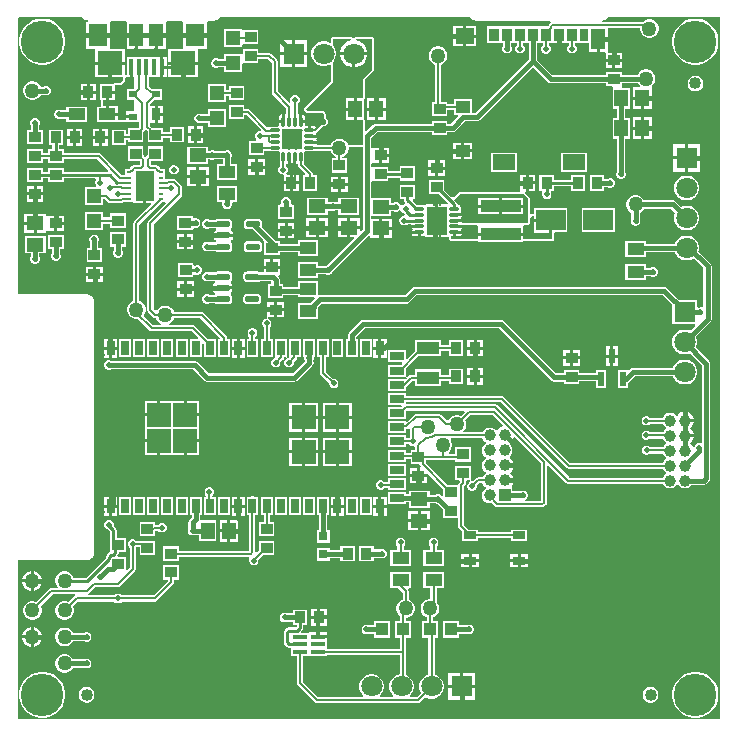
<source format=gtl>
G04*
G04 #@! TF.GenerationSoftware,Altium Limited,Altium Designer,23.1.1 (15)*
G04*
G04 Layer_Physical_Order=1*
G04 Layer_Color=255*
%FSLAX25Y25*%
%MOIN*%
G70*
G04*
G04 #@! TF.SameCoordinates,04E93CFA-C197-41A2-BC49-AEE8B521008C*
G04*
G04*
G04 #@! TF.FilePolarity,Positive*
G04*
G01*
G75*
%ADD14C,0.01000*%
%ADD15C,0.00800*%
%ADD18C,0.01200*%
%ADD24C,0.05000*%
%ADD25R,0.03937X0.03543*%
%ADD26R,0.02236X0.04956*%
%ADD27R,0.03543X0.03937*%
%ADD28R,0.07480X0.04331*%
%ADD29R,0.04724X0.01378*%
%ADD30R,0.05512X0.04134*%
%ADD31R,0.04134X0.02559*%
G04:AMPARAMS|DCode=32|XSize=47.64mil|YSize=23.23mil|CornerRadius=5.81mil|HoleSize=0mil|Usage=FLASHONLY|Rotation=0.000|XOffset=0mil|YOffset=0mil|HoleType=Round|Shape=RoundedRectangle|*
%AMROUNDEDRECTD32*
21,1,0.04764,0.01161,0,0,0.0*
21,1,0.03602,0.02323,0,0,0.0*
1,1,0.01161,0.01801,-0.00581*
1,1,0.01161,-0.01801,-0.00581*
1,1,0.01161,-0.01801,0.00581*
1,1,0.01161,0.01801,0.00581*
%
%ADD32ROUNDEDRECTD32*%
%ADD33R,0.04724X0.04724*%
%ADD34R,0.01575X0.05315*%
%ADD35R,0.08268X0.07874*%
%ADD36R,0.06299X0.07480*%
%ADD37R,0.04724X0.07480*%
%ADD38R,0.02756X0.02362*%
%ADD39R,0.02756X0.03937*%
%ADD40R,0.02756X0.04724*%
%ADD41R,0.04724X0.02756*%
%ADD42R,0.07874X0.07874*%
%ADD43R,0.06299X0.09843*%
%ADD44R,0.01575X0.00984*%
%ADD45R,0.04606X0.07087*%
%ADD46R,0.02953X0.04331*%
%ADD47R,0.03347X0.04331*%
%ADD48R,0.06102X0.05315*%
%ADD49R,0.04724X0.03937*%
%ADD50R,0.07480X0.05315*%
%ADD51R,0.13386X0.03858*%
%ADD52R,0.05512X0.03937*%
%ADD53R,0.03150X0.03150*%
%ADD54R,0.09843X0.06693*%
%ADD55R,0.04528X0.05709*%
%ADD56R,0.05709X0.04528*%
%ADD57R,0.04331X0.04331*%
%ADD119C,0.00800*%
%ADD120C,0.04000*%
%ADD121R,0.06693X0.06693*%
%ADD122O,0.01102X0.03347*%
%ADD123O,0.03347X0.01102*%
G04:AMPARAMS|DCode=124|XSize=64.96mil|YSize=94.49mil|CornerRadius=1.95mil|HoleSize=0mil|Usage=FLASHONLY|Rotation=0.000|XOffset=0mil|YOffset=0mil|HoleType=Round|Shape=RoundedRectangle|*
%AMROUNDEDRECTD124*
21,1,0.06496,0.09059,0,0,0.0*
21,1,0.06106,0.09449,0,0,0.0*
1,1,0.00390,0.03053,-0.04530*
1,1,0.00390,-0.03053,-0.04530*
1,1,0.00390,-0.03053,0.04530*
1,1,0.00390,0.03053,0.04530*
%
%ADD124ROUNDEDRECTD124*%
G04:AMPARAMS|DCode=125|XSize=11.02mil|YSize=33.47mil|CornerRadius=1.98mil|HoleSize=0mil|Usage=FLASHONLY|Rotation=90.000|XOffset=0mil|YOffset=0mil|HoleType=Round|Shape=RoundedRectangle|*
%AMROUNDEDRECTD125*
21,1,0.01102,0.02950,0,0,90.0*
21,1,0.00706,0.03347,0,0,90.0*
1,1,0.00397,0.01475,0.00353*
1,1,0.00397,0.01475,-0.00353*
1,1,0.00397,-0.01475,-0.00353*
1,1,0.00397,-0.01475,0.00353*
%
%ADD125ROUNDEDRECTD125*%
%ADD126C,0.00900*%
%ADD127C,0.01500*%
%ADD128C,0.02000*%
%ADD129R,0.01102X0.02756*%
%ADD130R,0.07087X0.07087*%
%ADD131C,0.07087*%
%ADD132R,0.03960X0.03960*%
%ADD133C,0.03960*%
%ADD134R,0.07087X0.07087*%
%ADD135C,0.14173*%
%ADD136C,0.02000*%
G36*
X235201Y1020D02*
X1020Y1020D01*
Y54098D01*
X24016D01*
X24072Y54110D01*
X24129Y54105D01*
X24479Y54144D01*
X24589Y54179D01*
X24702Y54195D01*
X25036Y54311D01*
X25134Y54369D01*
X25242Y54410D01*
X25540Y54598D01*
X25624Y54676D01*
X25719Y54740D01*
X25969Y54989D01*
X26032Y55085D01*
X26111Y55168D01*
X26299Y55467D01*
X26340Y55574D01*
X26398Y55673D01*
X26514Y56006D01*
X26530Y56120D01*
X26565Y56229D01*
X26604Y56580D01*
X26599Y56637D01*
X26610Y56693D01*
X26610Y140157D01*
X26599Y140213D01*
X26604Y140270D01*
X26565Y140621D01*
X26530Y140730D01*
X26514Y140844D01*
X26398Y141177D01*
X26340Y141276D01*
X26299Y141383D01*
X26111Y141682D01*
X26032Y141765D01*
X25969Y141861D01*
X25719Y142110D01*
X25624Y142174D01*
X25540Y142253D01*
X25242Y142440D01*
X25134Y142481D01*
X25035Y142540D01*
X24702Y142656D01*
X24589Y142672D01*
X24479Y142706D01*
X24129Y142745D01*
X24072Y142741D01*
X24016Y142752D01*
X1020D01*
X1020Y234847D01*
X1373Y235201D01*
X22403Y235197D01*
X22746Y234883D01*
X22838Y234827D01*
X22919Y234755D01*
X23662Y234321D01*
X23765Y234285D01*
X23859Y234232D01*
X24444Y234040D01*
X24364Y233540D01*
X23867D01*
Y229500D01*
X31766D01*
Y233323D01*
X31766Y233540D01*
X32149Y233823D01*
X37067D01*
X37450Y233540D01*
X37450Y233323D01*
Y229500D01*
X40612D01*
Y229000D01*
X41112D01*
Y224460D01*
X43643D01*
X43774Y224460D01*
X44142D01*
X44274Y224460D01*
X46805D01*
Y229000D01*
X47305D01*
Y229500D01*
X50467D01*
Y233323D01*
X50467Y233540D01*
X50850Y233823D01*
X55768D01*
X56150Y233540D01*
X56150Y233323D01*
Y229500D01*
X64050D01*
Y233323D01*
X64050Y233540D01*
X64433Y233823D01*
X65220D01*
X65273Y233833D01*
X65327Y233828D01*
X66184Y233918D01*
X66287Y233951D01*
X66395Y233964D01*
X67213Y234233D01*
X67308Y234286D01*
X67411Y234322D01*
X68154Y234758D01*
X68235Y234830D01*
X68328Y234887D01*
X68669Y235201D01*
X151671Y235197D01*
X152013Y234883D01*
X152106Y234827D01*
X152187Y234755D01*
X152930Y234321D01*
X153032Y234285D01*
X153127Y234232D01*
X153944Y233964D01*
X154052Y233951D01*
X154156Y233919D01*
X155011Y233828D01*
X155065Y233834D01*
X155118Y233823D01*
X178630D01*
X178782Y233323D01*
X178591Y233195D01*
X178005Y232610D01*
X177784Y232279D01*
X177744Y232074D01*
X157473D01*
Y226544D01*
X162700D01*
Y225481D01*
X162477Y224942D01*
Y224305D01*
X162720Y223717D01*
X163170Y223267D01*
X163759Y223023D01*
X164395D01*
X164983Y223267D01*
X165433Y223717D01*
X165677Y224305D01*
Y224942D01*
X165453Y225481D01*
Y226544D01*
X167388D01*
Y225867D01*
X167051Y225530D01*
X166807Y224942D01*
Y224305D01*
X167051Y223717D01*
X167501Y223267D01*
X168089Y223023D01*
X168726D01*
X169314Y223267D01*
X169764Y223717D01*
X170008Y224305D01*
Y224942D01*
X169764Y225530D01*
X169427Y225867D01*
Y226544D01*
X171362D01*
Y220974D01*
X153542Y203154D01*
X152334D01*
Y207665D01*
X146410D01*
Y206116D01*
X144301D01*
Y206884D01*
X142201D01*
Y219308D01*
X142378Y219355D01*
X143085Y219763D01*
X143662Y220341D01*
X144070Y221047D01*
X144281Y221836D01*
Y222652D01*
X144070Y223441D01*
X143662Y224148D01*
X143085Y224725D01*
X142378Y225133D01*
X141589Y225344D01*
X140773D01*
X139985Y225133D01*
X139278Y224725D01*
X138700Y224148D01*
X138292Y223441D01*
X138081Y222652D01*
Y221836D01*
X138292Y221047D01*
X138700Y220341D01*
X139278Y219763D01*
X139985Y219355D01*
X140162Y219308D01*
Y206884D01*
X139164D01*
Y202140D01*
X144301D01*
Y204077D01*
X146410D01*
Y202528D01*
X147784D01*
X147976Y202066D01*
X145499Y199589D01*
X144301D01*
Y200584D01*
X139164D01*
Y199589D01*
X120380D01*
X119853Y199485D01*
X119406Y199186D01*
X117253Y197033D01*
X116791Y197224D01*
Y200785D01*
X116601Y201244D01*
X116425Y201317D01*
Y207561D01*
X116601Y207634D01*
X116791Y208093D01*
Y214320D01*
X119554Y217082D01*
X119744Y217541D01*
Y227931D01*
X119554Y228390D01*
X119095Y228580D01*
X113959D01*
X113766Y228501D01*
X113564Y228446D01*
X113541Y228408D01*
X113500Y228390D01*
X113420Y228197D01*
X113334Y228049D01*
X113154Y228016D01*
X112996D01*
X112815Y228049D01*
X112730Y228197D01*
X112650Y228390D01*
X112608Y228408D01*
X112586Y228446D01*
X112384Y228501D01*
X112190Y228580D01*
X106299D01*
X105840Y228390D01*
X105650Y227931D01*
Y226822D01*
X105150Y226533D01*
X104674Y226808D01*
X103620Y227090D01*
X102529D01*
X101476Y226808D01*
X100531Y226262D01*
X99759Y225491D01*
X99214Y224546D01*
X98931Y223492D01*
Y222401D01*
X99214Y221348D01*
X99759Y220403D01*
X100531Y219631D01*
X101476Y219086D01*
X102529Y218804D01*
X103620D01*
X104674Y219086D01*
X105150Y219361D01*
X105650Y219072D01*
Y213852D01*
X96696Y204898D01*
X96647Y204779D01*
X96556Y204688D01*
Y204558D01*
X96506Y204439D01*
X96556Y204320D01*
Y204190D01*
X96747Y203729D01*
X96838Y203637D01*
X96888Y203518D01*
X97007Y203468D01*
X97098Y203377D01*
X97228D01*
X97347Y203328D01*
X102399D01*
X102599Y203288D01*
X102769Y203174D01*
X103148Y202796D01*
X103261Y202626D01*
X103301Y202425D01*
Y201517D01*
X103491Y201058D01*
X103737Y200813D01*
X103882Y200463D01*
Y200085D01*
X103737Y199736D01*
X103470Y199468D01*
X103120Y199323D01*
X102773D01*
X102314Y199133D01*
X101164Y197983D01*
X100588Y198115D01*
X100401Y198394D01*
X99954Y198693D01*
X99427Y198797D01*
X98805D01*
Y197420D01*
X97805D01*
Y198797D01*
X97268D01*
X97022Y198991D01*
X96828Y199237D01*
Y199774D01*
X95451D01*
Y200274D01*
X94951D01*
Y202708D01*
X94502Y202917D01*
Y206369D01*
X94839Y206705D01*
X95082Y207294D01*
Y207930D01*
X94839Y208518D01*
X94389Y208968D01*
X93800Y209212D01*
X93164D01*
X92576Y208968D01*
X92126Y208518D01*
X91882Y207930D01*
Y207294D01*
X92064Y206855D01*
X91640Y206571D01*
X87710Y210501D01*
Y220396D01*
X87633Y220786D01*
X87412Y221117D01*
X85563Y222965D01*
X85233Y223186D01*
X84842Y223264D01*
X81309D01*
Y224616D01*
X76172D01*
Y223209D01*
X75797Y222907D01*
X75672Y222907D01*
X69872D01*
Y221125D01*
X68092D01*
X67552Y221348D01*
X66916D01*
X66328Y221104D01*
X65878Y220654D01*
X65634Y220066D01*
Y219430D01*
X65878Y218842D01*
X66328Y218392D01*
X66916Y218148D01*
X67552D01*
X68092Y218372D01*
X69872D01*
Y216983D01*
X75797D01*
Y219570D01*
X76172Y219872D01*
X76297Y219872D01*
X81309D01*
Y221224D01*
X84420D01*
X85671Y219973D01*
Y210079D01*
X85749Y209689D01*
X85970Y209358D01*
X90494Y204834D01*
Y202917D01*
X90045Y202708D01*
Y200274D01*
X89545D01*
Y199774D01*
X88168D01*
Y199152D01*
X88192Y199028D01*
X87831Y198614D01*
X87769Y198593D01*
X85569D01*
X85120Y198504D01*
X84875Y198341D01*
X84327D01*
X78544Y204124D01*
X78213Y204345D01*
X77823Y204423D01*
X76625D01*
Y205775D01*
X71487D01*
Y201031D01*
X76625D01*
Y202384D01*
X77401D01*
X82320Y197465D01*
X82037Y197041D01*
X82011Y197051D01*
X81375D01*
X80787Y196808D01*
X80336Y196358D01*
X80093Y195769D01*
Y195133D01*
X80336Y194545D01*
X80581Y194300D01*
X80374Y193800D01*
X78140D01*
Y189057D01*
X83277D01*
Y190409D01*
X85225D01*
X85569Y190340D01*
X87813D01*
X87852Y190348D01*
X88045Y190337D01*
X88368Y190014D01*
X88379Y189821D01*
X88371Y189782D01*
Y187538D01*
X88461Y187089D01*
X88526Y186992D01*
Y185549D01*
X88189Y185213D01*
X87945Y184625D01*
Y183988D01*
X88189Y183400D01*
X88639Y182950D01*
X89227Y182706D01*
X89263D01*
X89729Y182625D01*
X89729Y180357D01*
X91801D01*
Y182625D01*
X90834D01*
X90627Y183125D01*
X90902Y183400D01*
X91145Y183988D01*
Y184625D01*
X90902Y185213D01*
X90565Y185549D01*
Y186017D01*
X91014Y186226D01*
Y188660D01*
X92014D01*
Y186260D01*
X92041Y186265D01*
X92488Y186564D01*
X92508D01*
X92955Y186265D01*
X92982Y186260D01*
Y188660D01*
X93982D01*
Y186226D01*
X94431Y186017D01*
Y185860D01*
X94509Y185469D01*
X94730Y185139D01*
X96981Y182887D01*
X96790Y182425D01*
X96229D01*
Y177288D01*
X100972D01*
Y182425D01*
X99620D01*
Y182710D01*
X99542Y183100D01*
X99321Y183431D01*
X96470Y186282D01*
Y186992D01*
X96535Y187089D01*
X96624Y187538D01*
Y189782D01*
X96617Y189821D01*
X96627Y190014D01*
X96951Y190337D01*
X97145Y190348D01*
X97183Y190340D01*
X99427D01*
X99876Y190430D01*
X99973Y190495D01*
X105332D01*
X105379Y190318D01*
X105787Y189611D01*
X106364Y189033D01*
X107071Y188625D01*
X107248Y188578D01*
Y188035D01*
X105699D01*
Y183292D01*
X110836D01*
Y188035D01*
X109287D01*
Y188578D01*
X109464Y188625D01*
X110171Y189033D01*
X110748Y189611D01*
X111156Y190318D01*
X111368Y191106D01*
Y191849D01*
X116142D01*
X116242Y191782D01*
Y164445D01*
X115515Y163717D01*
X115053Y163909D01*
Y164448D01*
X111898D01*
Y161885D01*
X113028D01*
X113220Y161423D01*
X104165Y152367D01*
X103673Y152164D01*
X101106D01*
Y153454D01*
X94394D01*
Y148120D01*
X101106D01*
Y149411D01*
X103673D01*
X104213Y149187D01*
X104849D01*
X105437Y149431D01*
X105887Y149881D01*
X106111Y150421D01*
X117931Y162241D01*
X118393Y162049D01*
Y161662D01*
X121547D01*
Y164726D01*
Y167789D01*
X118995D01*
Y168948D01*
X125502D01*
Y170436D01*
X126312D01*
X126852Y170212D01*
X127489D01*
X128077Y170456D01*
X128314Y170693D01*
X128897Y170593D01*
X128996Y170353D01*
X129446Y169903D01*
X129938Y169700D01*
X130086Y169414D01*
X129807Y168923D01*
X129603D01*
X129015Y168679D01*
X128565Y168229D01*
X128321Y167641D01*
Y167005D01*
X128565Y166417D01*
X129015Y165966D01*
X129603Y165723D01*
X130239D01*
X130828Y165966D01*
X131113Y166252D01*
X132074D01*
X132379Y165854D01*
X134941D01*
Y164854D01*
X132477D01*
X132526Y164612D01*
X132687Y164370D01*
X132526Y164128D01*
X132477Y163886D01*
X134941D01*
Y163386D01*
X135441D01*
Y162015D01*
X136416D01*
X136805Y162093D01*
X136917Y162167D01*
X136978Y162076D01*
X137307Y161856D01*
X137695Y161779D01*
X140248D01*
Y167323D01*
Y172867D01*
X137695D01*
X137307Y172790D01*
X136978Y172570D01*
X136806Y172312D01*
X136727Y172365D01*
X136416Y172427D01*
X134865D01*
X134840Y172432D01*
X134161D01*
X132719Y173873D01*
X132911Y174335D01*
X133474D01*
Y179079D01*
X128337D01*
Y174335D01*
X129895D01*
Y174113D01*
X129977Y173703D01*
X130209Y173356D01*
X130034Y172860D01*
X129446Y172616D01*
X129209Y172379D01*
X128626Y172479D01*
X128527Y172719D01*
X128077Y173169D01*
X127489Y173412D01*
X126852D01*
X126312Y173189D01*
X125502D01*
Y174676D01*
X118995D01*
Y180300D01*
X119479Y180338D01*
X119495Y180338D01*
X124616D01*
Y181639D01*
X128337D01*
Y180635D01*
X133474D01*
Y185378D01*
X128337D01*
Y183781D01*
X124616D01*
Y185082D01*
X119495D01*
X119479Y185082D01*
X118995Y185120D01*
Y186055D01*
X119279Y186437D01*
X119495Y186437D01*
X121547D01*
Y189009D01*
Y191581D01*
X119495D01*
X119279Y191581D01*
X118995Y191963D01*
Y194881D01*
X120950Y196836D01*
X139164D01*
Y195841D01*
X144301D01*
Y196836D01*
X146069D01*
X146596Y196941D01*
X147043Y197239D01*
X150205Y200401D01*
X154112D01*
X154639Y200506D01*
X155085Y200805D01*
X172738Y218458D01*
X177777Y213418D01*
X178224Y213120D01*
X178751Y213015D01*
X197235D01*
Y212020D01*
X199285D01*
X199352Y211548D01*
X199352Y211520D01*
Y204639D01*
X200839D01*
Y201557D01*
X199352D01*
Y194648D01*
X200839D01*
Y183568D01*
X200616Y183028D01*
Y182392D01*
X200859Y181804D01*
X201309Y181353D01*
X201898Y181110D01*
X202534D01*
X203122Y181353D01*
X203572Y181804D01*
X203816Y182392D01*
Y183028D01*
X203592Y183568D01*
Y194648D01*
X205080D01*
Y201557D01*
X203592D01*
Y204639D01*
X205080D01*
Y211548D01*
X202438D01*
X202372Y212020D01*
X202372Y212048D01*
Y213015D01*
X207806D01*
X207997Y212685D01*
X208435Y212248D01*
X208237Y211748D01*
X206239D01*
Y208593D01*
X209302D01*
X212366D01*
Y211748D01*
X212366Y211748D01*
X212476Y212202D01*
X212958Y212685D01*
X213366Y213392D01*
X213578Y214180D01*
Y214997D01*
X213366Y215785D01*
X212958Y216492D01*
X212381Y217069D01*
X211674Y217477D01*
X210886Y217689D01*
X210069D01*
X209281Y217477D01*
X208574Y217069D01*
X207997Y216492D01*
X207589Y215785D01*
X207584Y215768D01*
X202372D01*
Y216763D01*
X197235D01*
Y215768D01*
X179321D01*
X174115Y220974D01*
Y226544D01*
X176049D01*
Y225789D01*
X175713Y225452D01*
X175469Y224864D01*
Y224228D01*
X175713Y223640D01*
X176163Y223190D01*
X176751Y222946D01*
X177387D01*
X177975Y223190D01*
X178425Y223640D01*
X178669Y224228D01*
Y224864D01*
X178425Y225452D01*
X178088Y225789D01*
Y226544D01*
X178926D01*
Y226344D01*
X180900D01*
Y229309D01*
X181900D01*
Y226344D01*
X183873D01*
Y226544D01*
X184711D01*
Y225867D01*
X184374Y225530D01*
X184130Y224942D01*
Y224305D01*
X184374Y223717D01*
X184824Y223267D01*
X185412Y223023D01*
X186049D01*
X186637Y223267D01*
X187087Y223717D01*
X187330Y224305D01*
Y224942D01*
X187087Y225530D01*
X186750Y225867D01*
Y226544D01*
X191525D01*
Y223588D01*
X194128D01*
Y227931D01*
X194628D01*
Y228431D01*
X197731D01*
Y231455D01*
X208514D01*
Y230891D01*
X208725Y230103D01*
X209134Y229396D01*
X209711Y228819D01*
X210418Y228411D01*
X211206Y228199D01*
X212022D01*
X212811Y228411D01*
X213518Y228819D01*
X214095Y229396D01*
X214503Y230103D01*
X214714Y230891D01*
Y231707D01*
X214503Y232496D01*
X214095Y233203D01*
X213518Y233780D01*
X212811Y234188D01*
X212022Y234399D01*
X211206D01*
X210418Y234188D01*
X209711Y233780D01*
X209405Y233474D01*
X209302Y233494D01*
X195835D01*
X195755Y233994D01*
X196481Y234233D01*
X196576Y234286D01*
X196679Y234322D01*
X197422Y234758D01*
X197503Y234830D01*
X197596Y234887D01*
X197937Y235201D01*
X235201Y235201D01*
X235201Y1020D01*
D02*
G37*
G36*
X119095Y217541D02*
X116142Y214589D01*
Y208093D01*
X114061D01*
Y204439D01*
Y200785D01*
X116142D01*
Y192498D01*
X111213D01*
X111156Y192711D01*
X110748Y193418D01*
X110171Y193995D01*
X109464Y194403D01*
X108676Y194614D01*
X107860D01*
X107071Y194403D01*
X106364Y193995D01*
X105787Y193418D01*
X105379Y192711D01*
X105332Y192534D01*
X100948D01*
X100739Y192983D01*
X98305D01*
Y193983D01*
X100705D01*
X100700Y194010D01*
X100401Y194457D01*
Y194477D01*
X100700Y194924D01*
X100705Y194951D01*
X98305D01*
Y195951D01*
X100705D01*
X100700Y195978D01*
X100654Y196047D01*
X100469Y196472D01*
X100782Y196688D01*
X100798Y196699D01*
X102773Y198674D01*
X103249D01*
X103837Y198918D01*
X104288Y199368D01*
X104531Y199956D01*
Y200592D01*
X104288Y201180D01*
X103951Y201517D01*
Y202489D01*
X103873Y202879D01*
X103652Y203210D01*
X103183Y203678D01*
X102853Y203900D01*
X102462Y203977D01*
X97347D01*
X97156Y204439D01*
X106299Y213583D01*
Y220312D01*
X106390Y220403D01*
X106936Y221348D01*
X107218Y222401D01*
Y223492D01*
X106936Y224546D01*
X106390Y225491D01*
X106299Y225582D01*
Y227931D01*
X112190D01*
X112256Y227431D01*
X111321Y227181D01*
X110285Y226582D01*
X109439Y225736D01*
X108841Y224700D01*
X108531Y223545D01*
Y223447D01*
X113075D01*
X117618D01*
Y223545D01*
X117308Y224700D01*
X116710Y225736D01*
X115864Y226582D01*
X114828Y227181D01*
X113893Y227431D01*
X113959Y227931D01*
X119095D01*
Y217541D01*
D02*
G37*
%LPC*%
G36*
X153912Y232274D02*
X150561D01*
Y229317D01*
X153912D01*
Y232274D01*
D02*
G37*
G36*
X149561D02*
X146210D01*
Y229317D01*
X149561D01*
Y232274D01*
D02*
G37*
G36*
X153912Y228317D02*
X150561D01*
Y225359D01*
X153912D01*
Y228317D01*
D02*
G37*
G36*
X149561D02*
X146210D01*
Y225359D01*
X149561D01*
Y228317D01*
D02*
G37*
G36*
X75797Y231175D02*
Y231175D01*
X69872D01*
Y225250D01*
X75797D01*
Y225869D01*
X76172Y226172D01*
X81309D01*
Y230915D01*
X76172D01*
X75797Y231175D01*
D02*
G37*
G36*
X50467Y228500D02*
X47805D01*
Y224460D01*
X50467D01*
Y228500D01*
D02*
G37*
G36*
X40112D02*
X37450D01*
Y224460D01*
X40112D01*
Y228500D01*
D02*
G37*
G36*
X97618Y227490D02*
X93575D01*
Y223447D01*
X97618D01*
Y227490D01*
D02*
G37*
G36*
X92575D02*
X88532D01*
Y223447D01*
X92575D01*
Y227490D01*
D02*
G37*
G36*
X202572Y223263D02*
X200303D01*
Y221191D01*
X202572D01*
Y223263D01*
D02*
G37*
G36*
X197731Y227431D02*
X195128D01*
Y223588D01*
X196669D01*
X197035Y223263D01*
X197035Y223088D01*
Y221191D01*
X199303D01*
Y223263D01*
X198096D01*
X197731Y223588D01*
X197731Y223763D01*
Y227431D01*
D02*
G37*
G36*
X64050Y228500D02*
X56150D01*
Y224485D01*
X51229D01*
Y220248D01*
X61097D01*
Y224460D01*
X64050D01*
Y228500D01*
D02*
G37*
G36*
X31766D02*
X23867D01*
Y224460D01*
X26820D01*
Y220248D01*
X36687D01*
Y224485D01*
X31766D01*
Y228500D01*
D02*
G37*
G36*
X227726Y234655D02*
X226211D01*
X224726Y234360D01*
X223327Y233780D01*
X222069Y232939D01*
X220998Y231868D01*
X220157Y230609D01*
X219577Y229211D01*
X219282Y227726D01*
Y226211D01*
X219577Y224726D01*
X220157Y223327D01*
X220998Y222069D01*
X222069Y220998D01*
X223327Y220157D01*
X224726Y219577D01*
X226211Y219282D01*
X227726D01*
X229211Y219577D01*
X230609Y220157D01*
X231868Y220998D01*
X232939Y222069D01*
X233780Y223327D01*
X234360Y224726D01*
X234655Y226211D01*
Y227726D01*
X234360Y229211D01*
X233780Y230609D01*
X232939Y231868D01*
X231868Y232939D01*
X230609Y233780D01*
X229211Y234360D01*
X227726Y234655D01*
D02*
G37*
G36*
X10009D02*
X8495D01*
X7010Y234360D01*
X5611Y233780D01*
X4352Y232939D01*
X3281Y231868D01*
X2440Y230609D01*
X1861Y229211D01*
X1565Y227726D01*
Y226211D01*
X1861Y224726D01*
X2440Y223327D01*
X3281Y222069D01*
X4352Y220998D01*
X5611Y220157D01*
X7010Y219577D01*
X8495Y219282D01*
X10009D01*
X11494Y219577D01*
X12893Y220157D01*
X14152Y220998D01*
X15223Y222069D01*
X16064Y223327D01*
X16643Y224726D01*
X16939Y226211D01*
Y227726D01*
X16643Y229211D01*
X16064Y230609D01*
X15223Y231868D01*
X14152Y232939D01*
X12893Y233780D01*
X11494Y234360D01*
X10009Y234655D01*
D02*
G37*
G36*
X50664Y221926D02*
X49576D01*
Y218969D01*
X50664D01*
Y221926D01*
D02*
G37*
G36*
X97618Y222447D02*
X93575D01*
Y218404D01*
X97618D01*
Y222447D01*
D02*
G37*
G36*
X92575D02*
X88532D01*
Y218404D01*
X92575D01*
Y222447D01*
D02*
G37*
G36*
X202572Y220191D02*
X200303D01*
Y218119D01*
X202572D01*
Y220191D01*
D02*
G37*
G36*
X199303D02*
X197035D01*
Y218119D01*
X199303D01*
Y220191D01*
D02*
G37*
G36*
X48576Y221926D02*
X47489D01*
Y221726D01*
X37453D01*
Y216019D01*
X37131Y215649D01*
X37073Y215638D01*
X36687Y215956D01*
Y219248D01*
X32254D01*
Y215011D01*
X36081D01*
X36140Y214923D01*
Y214029D01*
X35359Y213248D01*
X33477D01*
X33018Y213058D01*
X32860Y212676D01*
X28534D01*
Y207539D01*
X28624D01*
X28758Y207339D01*
Y205469D01*
X28624Y205269D01*
X27550D01*
Y200132D01*
X34261D01*
Y200132D01*
X34344Y200187D01*
X34461Y200138D01*
X37273D01*
X37390Y200187D01*
X37473Y200132D01*
Y200132D01*
X41429D01*
X41468Y199648D01*
Y198321D01*
X37832D01*
Y196098D01*
X37275D01*
Y197647D01*
X32531D01*
Y192510D01*
X37275D01*
Y194059D01*
X37832D01*
Y193578D01*
X42968D01*
Y196879D01*
X43209Y197120D01*
X43358Y197343D01*
X43778Y197460D01*
X43942Y197465D01*
X44331Y197076D01*
Y193578D01*
X49468D01*
Y194930D01*
X51685D01*
Y193381D01*
X56429D01*
Y198518D01*
X51685D01*
Y196969D01*
X49468D01*
Y198321D01*
X45970D01*
X45307Y198984D01*
Y199932D01*
X46825D01*
Y202700D01*
Y205469D01*
X45307D01*
Y206130D01*
X46789Y207612D01*
X49303D01*
Y211174D01*
X45758D01*
X44978Y211954D01*
Y215211D01*
X47489D01*
Y215011D01*
X48576D01*
Y218468D01*
Y221926D01*
D02*
G37*
G36*
X61097Y219248D02*
X56663D01*
Y215011D01*
X61097D01*
Y219248D01*
D02*
G37*
G36*
X55663D02*
X51229D01*
Y215011D01*
X55663D01*
Y219248D01*
D02*
G37*
G36*
X50664Y217969D02*
X49576D01*
Y215011D01*
X50664D01*
Y217969D01*
D02*
G37*
G36*
X31254Y219248D02*
X26820D01*
Y215011D01*
X31254D01*
Y219248D01*
D02*
G37*
G36*
X27178Y212876D02*
X25106D01*
Y210607D01*
X27178D01*
Y212876D01*
D02*
G37*
G36*
X24106D02*
X22035D01*
Y210607D01*
X24106D01*
Y212876D01*
D02*
G37*
G36*
X227311Y215600D02*
X226626D01*
X225965Y215423D01*
X225372Y215080D01*
X224888Y214596D01*
X224546Y214004D01*
X224369Y213342D01*
Y212658D01*
X224546Y211996D01*
X224888Y211404D01*
X225372Y210919D01*
X225965Y210577D01*
X226626Y210400D01*
X227311D01*
X227972Y210577D01*
X228565Y210919D01*
X229049Y211404D01*
X229391Y211996D01*
X229569Y212658D01*
Y213342D01*
X229391Y214004D01*
X229049Y214596D01*
X228565Y215080D01*
X227972Y215423D01*
X227311Y215600D01*
D02*
G37*
G36*
X6314Y213707D02*
X5497D01*
X4709Y213496D01*
X4002Y213088D01*
X3425Y212511D01*
X3017Y211804D01*
X2805Y211015D01*
Y210199D01*
X3017Y209411D01*
X3425Y208704D01*
X4002Y208127D01*
X4709Y207718D01*
X5497Y207507D01*
X6314D01*
X7102Y207718D01*
X7809Y208127D01*
X8386Y208704D01*
X8690Y209231D01*
X9642D01*
X10182Y209007D01*
X10818D01*
X11406Y209251D01*
X11856Y209701D01*
X12100Y210289D01*
Y210926D01*
X11856Y211513D01*
X11406Y211964D01*
X10818Y212207D01*
X10182D01*
X9642Y211984D01*
X8690D01*
X8386Y212511D01*
X7809Y213088D01*
X7102Y213496D01*
X6314Y213707D01*
D02*
G37*
G36*
X27178Y209607D02*
X25106D01*
Y207339D01*
X27178D01*
Y209607D01*
D02*
G37*
G36*
X24106D02*
X22035D01*
Y207339D01*
X24106D01*
Y209607D01*
D02*
G37*
G36*
X70423Y212819D02*
X64498D01*
Y206894D01*
X70423D01*
Y208837D01*
X71487D01*
Y207331D01*
X76625D01*
Y212074D01*
X71487D01*
Y210876D01*
X70423D01*
Y212819D01*
D02*
G37*
G36*
X123711Y208093D02*
X121148D01*
Y204939D01*
X123711D01*
Y208093D01*
D02*
G37*
G36*
X120148D02*
X117584D01*
Y204939D01*
X120148D01*
Y208093D01*
D02*
G37*
G36*
X212366Y207593D02*
X209802D01*
Y204439D01*
X212366D01*
Y207593D01*
D02*
G37*
G36*
X208802D02*
X206239D01*
Y204439D01*
X208802D01*
Y207593D01*
D02*
G37*
G36*
X24025Y205269D02*
X17313D01*
Y204076D01*
X15622D01*
X15082Y204300D01*
X14446D01*
X13858Y204056D01*
X13407Y203606D01*
X13164Y203018D01*
Y202382D01*
X13407Y201794D01*
X13858Y201344D01*
X14446Y201100D01*
X15082D01*
X15622Y201324D01*
X17313D01*
Y200132D01*
X24025D01*
Y205269D01*
D02*
G37*
G36*
X49503Y205469D02*
X47825D01*
Y203200D01*
X49503D01*
Y205469D01*
D02*
G37*
G36*
X70423Y204551D02*
X64498D01*
Y202739D01*
X62435D01*
X61895Y202962D01*
X61258D01*
X60670Y202719D01*
X60220Y202269D01*
X59977Y201681D01*
Y201044D01*
X60220Y200456D01*
X60670Y200006D01*
X61258Y199762D01*
X61895D01*
X62435Y199986D01*
X64498D01*
Y198627D01*
X70423D01*
Y204551D01*
D02*
G37*
G36*
X123711Y203939D02*
X121148D01*
Y200785D01*
X123711D01*
Y203939D01*
D02*
G37*
G36*
X120148D02*
X117584D01*
Y200785D01*
X120148D01*
Y203939D01*
D02*
G37*
G36*
X95951Y202674D02*
Y200774D01*
X96828D01*
Y201396D01*
X96724Y201923D01*
X96425Y202370D01*
X95978Y202669D01*
X95951Y202674D01*
D02*
G37*
G36*
X89045D02*
X89018Y202669D01*
X88571Y202370D01*
X88273Y201923D01*
X88168Y201396D01*
Y200774D01*
X89045D01*
Y202674D01*
D02*
G37*
G36*
X49503Y202200D02*
X47825D01*
Y199932D01*
X49503D01*
Y202200D01*
D02*
G37*
G36*
X212366Y201757D02*
X209803D01*
Y198603D01*
X212366D01*
Y201757D01*
D02*
G37*
G36*
X208803D02*
X206239D01*
Y198603D01*
X208803D01*
Y201757D01*
D02*
G37*
G36*
X62928Y198718D02*
X60856D01*
Y196450D01*
X62928D01*
Y198718D01*
D02*
G37*
G36*
X59856D02*
X57785D01*
Y196450D01*
X59856D01*
Y198718D01*
D02*
G37*
G36*
X31176Y197847D02*
X29104D01*
Y195579D01*
X31176D01*
Y197847D01*
D02*
G37*
G36*
X22650D02*
X20579D01*
Y195579D01*
X22650D01*
Y197847D01*
D02*
G37*
G36*
X19579D02*
X17507D01*
Y195579D01*
X19579D01*
Y197847D01*
D02*
G37*
G36*
X28104D02*
X26032D01*
Y195579D01*
X28104D01*
Y197847D01*
D02*
G37*
G36*
X212366Y197603D02*
X209803D01*
Y194448D01*
X212366D01*
Y197603D01*
D02*
G37*
G36*
X208803D02*
X206239D01*
Y194448D01*
X208803D01*
Y197603D01*
D02*
G37*
G36*
X62928Y195450D02*
X60856D01*
Y193181D01*
X62928D01*
Y195450D01*
D02*
G37*
G36*
X59856D02*
X57785D01*
Y193181D01*
X59856D01*
Y195450D01*
D02*
G37*
G36*
X7208Y201403D02*
X6572D01*
X5983Y201160D01*
X5533Y200710D01*
X5290Y200121D01*
Y199485D01*
X5513Y198945D01*
Y197450D01*
X4321D01*
Y192707D01*
X9458D01*
Y197450D01*
X8266D01*
Y198945D01*
X8490Y199485D01*
Y200121D01*
X8246Y200710D01*
X7796Y201160D01*
X7208Y201403D01*
D02*
G37*
G36*
X31176Y194579D02*
X29104D01*
Y192310D01*
X31176D01*
Y194579D01*
D02*
G37*
G36*
X28104D02*
X26032D01*
Y192310D01*
X28104D01*
Y194579D01*
D02*
G37*
G36*
X22650D02*
X20579D01*
Y192310D01*
X22650D01*
Y194579D01*
D02*
G37*
G36*
X19579D02*
X17507D01*
Y192310D01*
X19579D01*
Y194579D01*
D02*
G37*
G36*
X152534Y193298D02*
X149872D01*
Y191030D01*
X152534D01*
Y193298D01*
D02*
G37*
G36*
X148872D02*
X146210D01*
Y191030D01*
X148872D01*
Y193298D01*
D02*
G37*
G36*
X16151Y197647D02*
X11408D01*
Y192510D01*
X12658D01*
Y191185D01*
X11211D01*
Y189799D01*
X9458D01*
Y191151D01*
X4321D01*
Y186408D01*
X9458D01*
Y187760D01*
X11211D01*
Y186442D01*
X16348D01*
Y187794D01*
X27604D01*
X31300Y184098D01*
X31108Y183636D01*
X16348D01*
Y184886D01*
X11211D01*
Y183636D01*
X9458D01*
Y184886D01*
X4321D01*
Y180142D01*
X9458D01*
Y181393D01*
X11211D01*
Y180142D01*
X16348D01*
Y181393D01*
X26793D01*
X27009Y180901D01*
X26765Y180313D01*
Y179676D01*
X27009Y179088D01*
X27241Y178856D01*
X27034Y178356D01*
X23613D01*
Y172432D01*
X29537D01*
Y174441D01*
X30037Y174517D01*
X31143Y173411D01*
X31474Y173190D01*
X31864Y173113D01*
X35352D01*
X35742Y173190D01*
X36073Y173411D01*
X36184Y173522D01*
X36783D01*
Y173450D01*
X39535D01*
Y173250D01*
X42985D01*
Y178971D01*
X43985D01*
Y173250D01*
X45413D01*
X45604Y172788D01*
X39891Y167075D01*
X39670Y166744D01*
X39592Y166353D01*
Y140572D01*
X39415Y140525D01*
X38708Y140117D01*
X38131Y139540D01*
X37723Y138833D01*
X37512Y138044D01*
Y137228D01*
X37723Y136440D01*
X38131Y135733D01*
X38708Y135156D01*
X39415Y134748D01*
X40204Y134536D01*
X41020D01*
X41135Y134567D01*
X44949Y130753D01*
X45279Y130532D01*
X45670Y130454D01*
X59024D01*
X61251Y128227D01*
X61060Y127765D01*
X58434D01*
Y121841D01*
X62389D01*
Y126329D01*
X62850Y126530D01*
X63158Y126280D01*
Y121841D01*
X67114D01*
Y127765D01*
X64597D01*
X60167Y132195D01*
X59837Y132416D01*
X59446Y132494D01*
X51573D01*
X51549Y132554D01*
X51490Y132994D01*
X52100Y133346D01*
X52678Y133923D01*
X53086Y134630D01*
X53127Y134785D01*
X61962D01*
X68482Y128265D01*
X68274Y127765D01*
X67882D01*
Y121841D01*
X71838D01*
Y127765D01*
X70880D01*
Y128329D01*
X70802Y128719D01*
X70581Y129050D01*
X63105Y136525D01*
X62774Y136747D01*
X62384Y136824D01*
X53139D01*
X53086Y137023D01*
X52678Y137730D01*
X52100Y138307D01*
X51393Y138716D01*
X50605Y138927D01*
X49789D01*
X49000Y138716D01*
X48293Y138307D01*
X47716Y137730D01*
X47523Y137396D01*
X46898Y137314D01*
X46344Y137868D01*
Y166068D01*
X55604Y175328D01*
X55825Y175659D01*
X55903Y176049D01*
Y178401D01*
X55825Y178791D01*
X55604Y179122D01*
X53790Y180937D01*
X53459Y181158D01*
X53069Y181236D01*
X51262D01*
X50872Y181158D01*
X50687Y181035D01*
X50274Y181204D01*
X50187Y181290D01*
Y184492D01*
X48855D01*
X48429Y184918D01*
X48356Y185027D01*
X47770Y185613D01*
X47439Y185834D01*
X47049Y185912D01*
X45570D01*
Y187267D01*
X45627Y187279D01*
X49468D01*
Y192022D01*
X44331D01*
Y189022D01*
X44298Y189000D01*
X43975Y188677D01*
X43650Y188583D01*
X43325Y188677D01*
X43002Y189000D01*
X42968Y189022D01*
Y192022D01*
X37832D01*
Y187279D01*
X41673D01*
X41730Y187267D01*
Y185948D01*
X41694Y185912D01*
X39921D01*
X39531Y185834D01*
X39200Y185613D01*
X38614Y185027D01*
X38541Y184918D01*
X38116Y184492D01*
X36783D01*
Y182648D01*
X35633D01*
X28747Y189534D01*
X28416Y189755D01*
X28026Y189833D01*
X16348D01*
Y191185D01*
X14901D01*
Y192510D01*
X16151D01*
Y197647D01*
D02*
G37*
G36*
X122547Y191581D02*
Y189509D01*
X124816D01*
Y191581D01*
X122547D01*
D02*
G37*
G36*
X228543Y192715D02*
X224500D01*
Y188672D01*
X228543D01*
Y192715D01*
D02*
G37*
G36*
X223500D02*
X219457D01*
Y188672D01*
X223500D01*
Y192715D01*
D02*
G37*
G36*
X152534Y190030D02*
X149872D01*
Y187761D01*
X152534D01*
Y190030D01*
D02*
G37*
G36*
X148872D02*
X146210D01*
Y187761D01*
X148872D01*
Y190030D01*
D02*
G37*
G36*
X124816Y188509D02*
X122547D01*
Y186437D01*
X124816D01*
Y188509D01*
D02*
G37*
G36*
X83477Y187701D02*
X81209D01*
Y185629D01*
X83477D01*
Y187701D01*
D02*
G37*
G36*
X80209D02*
X77940D01*
Y185629D01*
X80209D01*
Y187701D01*
D02*
G37*
G36*
X143517Y187350D02*
X141248D01*
Y185278D01*
X143517D01*
Y187350D01*
D02*
G37*
G36*
X140248D02*
X137979D01*
Y185278D01*
X140248D01*
Y187350D01*
D02*
G37*
G36*
X228543Y187672D02*
X224500D01*
Y183629D01*
X228543D01*
Y187672D01*
D02*
G37*
G36*
X223500D02*
X219457D01*
Y183629D01*
X223500D01*
Y187672D01*
D02*
G37*
G36*
X190996Y189948D02*
X182315D01*
Y183433D01*
X190996D01*
Y189948D01*
D02*
G37*
G36*
X167492D02*
X158811D01*
Y183433D01*
X167492D01*
Y189948D01*
D02*
G37*
G36*
X53387Y185870D02*
X52750D01*
X52162Y185626D01*
X51712Y185176D01*
X51469Y184588D01*
Y183952D01*
X51712Y183364D01*
X52162Y182914D01*
X52750Y182670D01*
X53387D01*
X53975Y182914D01*
X54425Y183364D01*
X54669Y183952D01*
Y184588D01*
X54425Y185176D01*
X53975Y185626D01*
X53387Y185870D01*
D02*
G37*
G36*
X83477Y184629D02*
X81209D01*
Y182557D01*
X83477D01*
Y184629D01*
D02*
G37*
G36*
X80209D02*
X77940D01*
Y182557D01*
X80209D01*
Y184629D01*
D02*
G37*
G36*
X64678Y185046D02*
X61524D01*
Y182482D01*
X64678D01*
Y185046D01*
D02*
G37*
G36*
X60524D02*
X57369D01*
Y182482D01*
X60524D01*
Y185046D01*
D02*
G37*
G36*
X143517Y184278D02*
X141248D01*
Y182206D01*
X143517D01*
Y184278D01*
D02*
G37*
G36*
X140248D02*
X137979D01*
Y182206D01*
X140248D01*
Y184278D01*
D02*
G37*
G36*
X64478Y191933D02*
X57569D01*
Y186205D01*
X64478D01*
Y187693D01*
X65087D01*
X65627Y187469D01*
X66263D01*
X66803Y187693D01*
X69490D01*
Y186264D01*
X67510D01*
Y180930D01*
X74222D01*
Y186264D01*
X72243D01*
Y188211D01*
X72466Y188751D01*
Y189387D01*
X72223Y189975D01*
X71772Y190426D01*
X71184Y190669D01*
X70548D01*
X70008Y190445D01*
X66803D01*
X66263Y190669D01*
X65627D01*
X65087Y190445D01*
X64478D01*
Y191933D01*
D02*
G37*
G36*
X190167Y182425D02*
X185424D01*
Y180927D01*
X179734D01*
Y182425D01*
X174991D01*
Y177288D01*
X175680D01*
X175793Y177156D01*
X175957Y176788D01*
X175762Y176318D01*
Y175682D01*
X176006Y175094D01*
X176456Y174644D01*
X177044Y174400D01*
X177681D01*
X178269Y174644D01*
X178719Y175094D01*
X178962Y175682D01*
Y176318D01*
X178768Y176788D01*
X178931Y177156D01*
X179044Y177288D01*
X179734D01*
Y178786D01*
X185424D01*
Y177288D01*
X190167D01*
Y182425D01*
D02*
G37*
G36*
X173635Y182625D02*
X171563D01*
Y180357D01*
X173635D01*
Y182625D01*
D02*
G37*
G36*
X94873D02*
X92801D01*
Y180357D01*
X94873D01*
Y182625D01*
D02*
G37*
G36*
X170563D02*
X168491D01*
Y180357D01*
X170563D01*
Y182625D01*
D02*
G37*
G36*
X111036Y181936D02*
X108768D01*
Y179865D01*
X111036D01*
Y181936D01*
D02*
G37*
G36*
X107768D02*
X105499D01*
Y179865D01*
X107768D01*
Y181936D01*
D02*
G37*
G36*
X64678Y181482D02*
X61524D01*
Y178919D01*
X64678D01*
Y181482D01*
D02*
G37*
G36*
X60524D02*
X57369D01*
Y178919D01*
X60524D01*
Y181482D01*
D02*
G37*
G36*
X196466Y182425D02*
X191723D01*
Y177288D01*
X196466D01*
Y178480D01*
X197666D01*
X198205Y178257D01*
X198842D01*
X199430Y178500D01*
X199880Y178950D01*
X200124Y179538D01*
Y180175D01*
X199880Y180763D01*
X199430Y181213D01*
X198842Y181457D01*
X198205D01*
X197666Y181233D01*
X196466D01*
Y182425D01*
D02*
G37*
G36*
X173635Y179357D02*
X171563D01*
Y177088D01*
X173635D01*
Y179357D01*
D02*
G37*
G36*
X94873D02*
X92801D01*
Y177088D01*
X94873D01*
Y179357D01*
D02*
G37*
G36*
X91801D02*
X89729D01*
Y177088D01*
X91801D01*
Y179357D01*
D02*
G37*
G36*
X111036Y178865D02*
X108768D01*
Y176793D01*
X111036D01*
Y178865D01*
D02*
G37*
G36*
X107768D02*
X105499D01*
Y176793D01*
X107768D01*
Y178865D01*
D02*
G37*
G36*
X9658Y178787D02*
X7390D01*
Y176715D01*
X9658D01*
Y178787D01*
D02*
G37*
G36*
X6390D02*
X4121D01*
Y176715D01*
X6390D01*
Y178787D01*
D02*
G37*
G36*
X224546Y182315D02*
X223454D01*
X222401Y182033D01*
X221456Y181487D01*
X220685Y180716D01*
X220139Y179771D01*
X219857Y178717D01*
Y177627D01*
X220139Y176573D01*
X220685Y175628D01*
X221456Y174856D01*
X222401Y174311D01*
X223454Y174029D01*
X224546D01*
X225599Y174311D01*
X226544Y174856D01*
X227315Y175628D01*
X227861Y176573D01*
X228143Y177627D01*
Y178717D01*
X227861Y179771D01*
X227315Y180716D01*
X226544Y181487D01*
X225599Y182033D01*
X224546Y182315D01*
D02*
G37*
G36*
X9658Y175715D02*
X7390D01*
Y173643D01*
X9658D01*
Y175715D01*
D02*
G37*
G36*
X6390D02*
X4121D01*
Y173643D01*
X6390D01*
Y175715D01*
D02*
G37*
G36*
X114853Y174899D02*
X107944D01*
Y173424D01*
X106888D01*
X106349Y173647D01*
X105712D01*
X105143Y173412D01*
X104402D01*
Y174899D01*
X97493D01*
Y169171D01*
X104402D01*
Y170659D01*
X105202D01*
X105712Y170447D01*
X106349D01*
X106888Y170671D01*
X107944D01*
Y169171D01*
X114853D01*
Y174899D01*
D02*
G37*
G36*
X143316Y180850D02*
X138180D01*
Y176107D01*
X141606D01*
X144589Y173124D01*
X144270Y172736D01*
X144189Y172790D01*
X143801Y172867D01*
X141248D01*
Y167323D01*
Y161779D01*
X143801D01*
X144189Y161856D01*
X144362Y161972D01*
X144845Y161767D01*
X144862Y161750D01*
Y161000D01*
X145053Y160541D01*
X145512Y160351D01*
X154592D01*
X154648Y160374D01*
X154792Y160277D01*
Y160277D01*
X169378D01*
Y160277D01*
X169522Y160374D01*
X169578Y160351D01*
X179312D01*
X179771Y160541D01*
X179962Y161000D01*
Y163277D01*
X180420Y163478D01*
X184303D01*
Y171370D01*
X173260D01*
Y169784D01*
X172845Y169506D01*
X172809Y169521D01*
X172680D01*
X172560Y169571D01*
X172441Y169521D01*
X172312D01*
X172220Y169430D01*
X172212Y169427D01*
X171712Y169645D01*
Y174803D01*
X171522Y175262D01*
X170196Y176588D01*
X170404Y177088D01*
X170563D01*
Y179357D01*
X168491D01*
X168491Y177088D01*
X168043Y176963D01*
X148478D01*
X148019Y176773D01*
X146347Y175101D01*
X145640D01*
X143316Y177424D01*
Y180850D01*
D02*
G37*
G36*
X74222Y178784D02*
X67510D01*
Y173450D01*
X69007D01*
X69284Y173034D01*
X69266Y172990D01*
Y172353D01*
X69510Y171765D01*
X69960Y171315D01*
X70548Y171072D01*
X71184D01*
X71772Y171315D01*
X72223Y171765D01*
X72466Y172353D01*
Y172990D01*
X72448Y173034D01*
X72726Y173450D01*
X74222D01*
Y178784D01*
D02*
G37*
G36*
X90848Y175122D02*
X90211D01*
X89623Y174878D01*
X89173Y174428D01*
X88929Y173840D01*
Y173203D01*
X88953Y173147D01*
X88619Y172647D01*
X87961D01*
Y167904D01*
X93098D01*
Y172647D01*
X92440D01*
X92106Y173147D01*
X92129Y173203D01*
Y173840D01*
X91886Y174428D01*
X91436Y174878D01*
X90848Y175122D01*
D02*
G37*
G36*
X71445Y167926D02*
X67843D01*
X67382Y167835D01*
X66991Y167574D01*
X66954Y167518D01*
X65016D01*
X64476Y167742D01*
X63840D01*
X63252Y167498D01*
X62801Y167048D01*
X62558Y166460D01*
Y165823D01*
X62801Y165235D01*
X63252Y164785D01*
X63840Y164542D01*
X64476D01*
X65016Y164765D01*
X66954D01*
X66991Y164710D01*
X67017Y164693D01*
Y164091D01*
X66847Y163978D01*
X66542Y163521D01*
X66435Y162982D01*
Y162902D01*
X72853D01*
Y162982D01*
X72746Y163521D01*
X72440Y163978D01*
X72270Y164091D01*
Y164693D01*
X72296Y164710D01*
X72557Y165100D01*
X72649Y165561D01*
Y166722D01*
X72557Y167183D01*
X72296Y167574D01*
X71906Y167835D01*
X71445Y167926D01*
D02*
G37*
G36*
X14279Y168910D02*
Y166839D01*
X16548D01*
Y168910D01*
X14279D01*
D02*
G37*
G36*
X6390Y169402D02*
X3235D01*
Y166839D01*
X6390D01*
Y169402D01*
D02*
G37*
G36*
X115053Y168012D02*
X111898D01*
Y165448D01*
X115053D01*
Y168012D01*
D02*
G37*
G36*
X104602D02*
X101448D01*
Y165448D01*
X104602D01*
Y168012D01*
D02*
G37*
G36*
X110898D02*
X107744D01*
Y165448D01*
X110898D01*
Y168012D01*
D02*
G37*
G36*
X100448D02*
X97293D01*
Y165448D01*
X100448D01*
Y168012D01*
D02*
G37*
G36*
X125702Y167789D02*
X122547D01*
Y165226D01*
X125702D01*
Y167789D01*
D02*
G37*
G36*
X29537Y170088D02*
X23613D01*
Y164164D01*
X29537D01*
Y166303D01*
X31880D01*
Y164951D01*
X37017D01*
Y169694D01*
X31880D01*
Y168342D01*
X29537D01*
Y170088D01*
D02*
G37*
G36*
X59409Y168907D02*
X54272D01*
Y164164D01*
X59409D01*
Y164655D01*
X59909Y164989D01*
X60038Y164935D01*
X60675D01*
X61263Y165179D01*
X61713Y165629D01*
X61956Y166217D01*
Y166854D01*
X61713Y167442D01*
X61263Y167892D01*
X60675Y168135D01*
X60038D01*
X59909Y168082D01*
X59409Y168416D01*
Y168907D01*
D02*
G37*
G36*
X93298Y166548D02*
X91030D01*
Y164476D01*
X93298D01*
Y166548D01*
D02*
G37*
G36*
X90030D02*
X87761D01*
Y164476D01*
X90030D01*
Y166548D01*
D02*
G37*
G36*
X207408Y175772D02*
X206592D01*
X205803Y175560D01*
X205097Y175152D01*
X204519Y174575D01*
X204111Y173868D01*
X203900Y173080D01*
Y172264D01*
X204111Y171475D01*
X204519Y170768D01*
X205097Y170191D01*
X205624Y169887D01*
Y167899D01*
X205400Y167359D01*
Y166722D01*
X205644Y166134D01*
X206094Y165684D01*
X206682Y165441D01*
X207318D01*
X207906Y165684D01*
X208356Y166134D01*
X208600Y166722D01*
Y167359D01*
X208376Y167899D01*
Y169887D01*
X208903Y170191D01*
X209481Y170768D01*
X209785Y171295D01*
X218930D01*
X220254Y169971D01*
X220139Y169771D01*
X219857Y168717D01*
Y167627D01*
X220139Y166573D01*
X220685Y165628D01*
X221456Y164857D01*
X222401Y164311D01*
X223454Y164029D01*
X224546D01*
X225599Y164311D01*
X226544Y164857D01*
X227315Y165628D01*
X227861Y166573D01*
X228143Y167627D01*
Y168717D01*
X227861Y169771D01*
X227315Y170716D01*
X226544Y171487D01*
X225599Y172033D01*
X224546Y172315D01*
X223454D01*
X222401Y172033D01*
X222201Y171918D01*
X220474Y173645D01*
X220027Y173943D01*
X219500Y174048D01*
X209785D01*
X209481Y174575D01*
X208903Y175152D01*
X208196Y175560D01*
X207408Y175772D01*
D02*
G37*
G36*
X16548Y165839D02*
X14279D01*
Y163767D01*
X16548D01*
Y165839D01*
D02*
G37*
G36*
X200051Y171370D02*
X189008D01*
Y163478D01*
X200051D01*
Y171370D01*
D02*
G37*
G36*
X10544Y169402D02*
X7390D01*
Y166339D01*
Y163275D01*
X10544D01*
Y163687D01*
X11011Y163767D01*
X11044Y163767D01*
X13280D01*
Y166339D01*
Y168910D01*
X11044D01*
X11011Y168910D01*
X10544Y168990D01*
Y169402D01*
D02*
G37*
G36*
X6390Y165839D02*
X3235D01*
Y163275D01*
X6390D01*
Y165839D01*
D02*
G37*
G36*
X134441Y162886D02*
X132477D01*
X132526Y162644D01*
X132746Y162313D01*
X133077Y162093D01*
X133466Y162015D01*
X134441D01*
Y162886D01*
D02*
G37*
G36*
X110898Y164448D02*
X107744D01*
Y161885D01*
X110898D01*
Y164448D01*
D02*
G37*
G36*
X104602D02*
X101448D01*
Y161885D01*
X104602D01*
Y164448D01*
D02*
G37*
G36*
X100448D02*
X97293D01*
Y161885D01*
X100448D01*
Y164448D01*
D02*
G37*
G36*
X125702Y164226D02*
X122547D01*
Y161662D01*
X125702D01*
Y164226D01*
D02*
G37*
G36*
X93298Y163476D02*
X91030D01*
Y161405D01*
X93298D01*
Y163476D01*
D02*
G37*
G36*
X90030D02*
X87761D01*
Y161405D01*
X90030D01*
Y163476D01*
D02*
G37*
G36*
X59609Y162808D02*
X57341D01*
Y160736D01*
X59609D01*
Y162808D01*
D02*
G37*
G36*
X56340D02*
X54072D01*
Y160736D01*
X56340D01*
Y162808D01*
D02*
G37*
G36*
X72853Y161902D02*
X66435D01*
Y161821D01*
X66542Y161282D01*
X66847Y160825D01*
X67017Y160712D01*
Y160110D01*
X66991Y160093D01*
X66954Y160038D01*
X65016D01*
X64476Y160261D01*
X63840D01*
X63252Y160018D01*
X62801Y159568D01*
X62558Y158980D01*
Y158343D01*
X62801Y157755D01*
X63252Y157305D01*
X63840Y157061D01*
X64476D01*
X65016Y157285D01*
X66954D01*
X66991Y157229D01*
X67382Y156968D01*
X67843Y156877D01*
X71445D01*
X71906Y156968D01*
X72296Y157229D01*
X72557Y157620D01*
X72649Y158081D01*
Y159242D01*
X72557Y159703D01*
X72296Y160093D01*
X72270Y160110D01*
Y160712D01*
X72440Y160825D01*
X72746Y161282D01*
X72853Y161821D01*
Y161902D01*
D02*
G37*
G36*
X224546Y162315D02*
X223454D01*
X222401Y162033D01*
X221456Y161487D01*
X220685Y160716D01*
X220139Y159771D01*
X220079Y159548D01*
X210356D01*
Y160407D01*
X203644D01*
Y155073D01*
X210356D01*
Y156796D01*
X220079D01*
X220139Y156573D01*
X220685Y155628D01*
X221456Y154857D01*
X222401Y154311D01*
X223454Y154029D01*
X224546D01*
X225599Y154311D01*
X226346Y154743D01*
X229624Y151465D01*
Y138681D01*
X229123Y138347D01*
X228968Y138411D01*
X228332D01*
X228068Y138302D01*
X227569Y138617D01*
Y140954D01*
X221545D01*
X217591Y144909D01*
X217144Y145207D01*
X216618Y145312D01*
X133570D01*
X133044Y145207D01*
X132597Y144909D01*
X130097Y142408D01*
X101736D01*
X101606Y142382D01*
X101106Y142790D01*
Y147193D01*
X94394D01*
Y145312D01*
X89593D01*
Y146307D01*
X88401D01*
Y147638D01*
X88296Y148164D01*
X87998Y148611D01*
X87871Y148738D01*
X88062Y149200D01*
X88595D01*
Y151272D01*
X85827D01*
X83058D01*
Y149998D01*
X81999D01*
X81962Y150054D01*
X81571Y150315D01*
X81110Y150407D01*
X77508D01*
X77047Y150315D01*
X76657Y150054D01*
X76396Y149663D01*
X76304Y149203D01*
Y148041D01*
X76396Y147581D01*
X76657Y147190D01*
X77047Y146929D01*
X77508Y146837D01*
X81110D01*
X81571Y146929D01*
X81962Y147190D01*
X81999Y147246D01*
X85470D01*
X85648Y147068D01*
Y146307D01*
X84456D01*
Y141564D01*
X89593D01*
Y142559D01*
X94394D01*
Y141859D01*
X99963D01*
X100155Y141397D01*
X98783Y140025D01*
X98574Y139713D01*
X94394D01*
Y134379D01*
X101106D01*
Y138230D01*
X101132Y138363D01*
Y138481D01*
X102306Y139655D01*
X130667D01*
X131194Y139760D01*
X131640Y140059D01*
X134141Y142559D01*
X216048D01*
X219282Y139325D01*
Y132668D01*
X226682D01*
X226873Y132206D01*
X225224Y130557D01*
X225024Y130672D01*
X223971Y130954D01*
X222880D01*
X221826Y130672D01*
X220881Y130127D01*
X220110Y129355D01*
X219564Y128410D01*
X219282Y127357D01*
Y126266D01*
X219564Y125212D01*
X220110Y124267D01*
X220881Y123496D01*
X221826Y122950D01*
X222880Y122668D01*
X223971D01*
X225024Y122950D01*
X225224Y123065D01*
X229208Y119081D01*
Y93390D01*
X228708Y93056D01*
X228553Y93120D01*
X227917D01*
X227328Y92876D01*
X226878Y92426D01*
X226672Y91927D01*
X226472Y91865D01*
X226391Y91855D01*
X226149Y91872D01*
X225810Y92460D01*
X225475Y92795D01*
X225311Y93130D01*
X225475Y93465D01*
X225810Y93800D01*
X226202Y94480D01*
X226376Y95130D01*
X223425D01*
Y96130D01*
X226376D01*
X226202Y96780D01*
X225810Y97460D01*
X225475Y97795D01*
X225311Y98130D01*
X225475Y98465D01*
X225810Y98800D01*
X226202Y99480D01*
X226376Y100130D01*
X223425D01*
Y100630D01*
X222925D01*
Y103581D01*
X222275Y103407D01*
X221595Y103015D01*
X221041Y102460D01*
X220952Y102306D01*
X220383Y102321D01*
X220009Y102694D01*
X219421Y103034D01*
X218765Y103210D01*
X218086D01*
X217429Y103034D01*
X216841Y102694D01*
X216361Y102214D01*
X216035Y101649D01*
X211873D01*
X211536Y101986D01*
X210948Y102230D01*
X210312D01*
X209724Y101986D01*
X209274Y101536D01*
X209030Y100948D01*
Y100312D01*
X209274Y99724D01*
X209724Y99274D01*
X210312Y99030D01*
X210948D01*
X211536Y99274D01*
X211873Y99610D01*
X216035D01*
X216361Y99046D01*
X216841Y98565D01*
X217095Y98419D01*
Y97841D01*
X216841Y97694D01*
X216361Y97214D01*
X216057Y96689D01*
X211912D01*
X211536Y97065D01*
X210948Y97309D01*
X210312D01*
X209724Y97065D01*
X209274Y96615D01*
X209030Y96027D01*
Y95390D01*
X209274Y94802D01*
X209724Y94352D01*
X210312Y94109D01*
X210948D01*
X211536Y94352D01*
X211834Y94650D01*
X216017D01*
X216021Y94634D01*
X216361Y94046D01*
X216841Y93565D01*
X217095Y93419D01*
Y92841D01*
X216841Y92694D01*
X216361Y92214D01*
X216057Y91689D01*
X211952D01*
X211576Y92065D01*
X210988Y92309D01*
X210351D01*
X209763Y92065D01*
X209313Y91615D01*
X209069Y91027D01*
Y90390D01*
X209313Y89802D01*
X209763Y89352D01*
X210351Y89109D01*
X210988D01*
X211576Y89352D01*
X211873Y89650D01*
X216017D01*
X216021Y89634D01*
X216361Y89046D01*
X216841Y88565D01*
X217095Y88419D01*
Y87841D01*
X216841Y87694D01*
X216361Y87214D01*
X216035Y86650D01*
X185160D01*
X163230Y108579D01*
X162899Y108800D01*
X162509Y108878D01*
X130464D01*
Y109836D01*
X124540D01*
Y105880D01*
X128919D01*
X129133Y105401D01*
X128906Y105112D01*
X124540D01*
Y101156D01*
X130464D01*
Y103670D01*
X130775Y103980D01*
X149917D01*
X150108Y103518D01*
X148796Y102207D01*
X148637Y102298D01*
X147849Y102509D01*
X147033D01*
X146244Y102298D01*
X145537Y101890D01*
X144960Y101313D01*
X144681Y100829D01*
X144145Y100714D01*
X144069Y100734D01*
X142173Y102630D01*
X141842Y102851D01*
X141452Y102929D01*
X133810D01*
X133420Y102851D01*
X133089Y102630D01*
X130734Y100276D01*
X130464Y100387D01*
Y100387D01*
X124540D01*
Y96431D01*
X130464D01*
Y97676D01*
X130596D01*
X130986Y97753D01*
X131239Y97922D01*
X131513Y97842D01*
X131739Y97690D01*
Y94928D01*
X131516Y94705D01*
X130464D01*
Y95663D01*
X124540D01*
Y91707D01*
X130464D01*
Y92665D01*
X131516D01*
X131852Y92329D01*
X132440Y92085D01*
X133077D01*
X133167Y92122D01*
X133583Y91845D01*
Y90994D01*
X132034D01*
Y89980D01*
X130464D01*
Y90939D01*
X124540D01*
Y86983D01*
X130464D01*
Y87941D01*
X132034D01*
Y86250D01*
X134476D01*
X134602Y86225D01*
X134993Y86195D01*
X135070Y85804D01*
X135291Y85474D01*
X135409Y85356D01*
X135217Y84895D01*
X135102D01*
Y82823D01*
X137569D01*
X137833Y82932D01*
X142943Y77822D01*
Y75563D01*
X142885Y75528D01*
X142443Y75410D01*
X142087Y75766D01*
X141499Y76010D01*
X140863D01*
X140323Y75786D01*
X138395D01*
Y77273D01*
X131487D01*
Y76164D01*
X130464D01*
Y76765D01*
X124540D01*
Y72809D01*
X130464D01*
Y73411D01*
X131487D01*
Y71546D01*
X138395D01*
Y73033D01*
X140323D01*
X140863Y72809D01*
X141031D01*
X142943Y70898D01*
Y68101D01*
X147852D01*
Y65424D01*
X147929Y65034D01*
X148150Y64703D01*
X149181Y63673D01*
Y60568D01*
X154515D01*
Y61428D01*
X165520D01*
Y60568D01*
X170854D01*
Y64327D01*
X165520D01*
Y63467D01*
X154515D01*
Y64327D01*
X151410D01*
X149891Y65847D01*
Y78758D01*
X150232Y79099D01*
X150453Y79430D01*
X150531Y79820D01*
Y80320D01*
X150884Y80673D01*
X151610Y80673D01*
X151676Y80673D01*
X151741Y80665D01*
X151828Y80225D01*
X151828Y80225D01*
Y80225D01*
X151653Y80097D01*
X151473Y79917D01*
X151203Y79646D01*
X150959Y79058D01*
Y78422D01*
X151203Y77834D01*
X151653Y77384D01*
X152241Y77140D01*
X152877D01*
X153465Y77384D01*
X153916Y77834D01*
X154159Y78422D01*
Y78898D01*
X154950Y79689D01*
X155995D01*
X156321Y79124D01*
X156802Y78644D01*
X157056Y78497D01*
Y77920D01*
X156802Y77773D01*
X156321Y77293D01*
X155982Y76705D01*
X155806Y76048D01*
Y75369D01*
X155982Y74713D01*
X156321Y74124D01*
X156802Y73644D01*
X157390Y73304D01*
X158046Y73129D01*
X158726D01*
X159060Y73218D01*
X160271Y72008D01*
X160601Y71787D01*
X160992Y71709D01*
X175925D01*
X176315Y71787D01*
X176646Y72008D01*
X177115Y72476D01*
X177336Y72807D01*
X177413Y73197D01*
Y85780D01*
X177875Y85971D01*
X183938Y79909D01*
X184269Y79688D01*
X184659Y79610D01*
X216035D01*
X216361Y79046D01*
X216841Y78565D01*
X217429Y78226D01*
X218086Y78050D01*
X218765D01*
X219421Y78226D01*
X220009Y78565D01*
X220490Y79046D01*
X220637Y79300D01*
X221214D01*
X221361Y79046D01*
X221841Y78565D01*
X222429Y78226D01*
X223085Y78050D01*
X223765D01*
X224421Y78226D01*
X225009Y78565D01*
X225490Y79046D01*
X225610Y79254D01*
X229706D01*
X230233Y79358D01*
X230679Y79657D01*
X231558Y80535D01*
X231856Y80982D01*
X231961Y81509D01*
Y119651D01*
X231856Y120178D01*
X231558Y120625D01*
X231558Y120625D01*
X227171Y125012D01*
X227286Y125212D01*
X227569Y126266D01*
Y127357D01*
X227286Y128410D01*
X227171Y128610D01*
X231973Y133413D01*
X231973Y133413D01*
X232272Y133859D01*
X232377Y134386D01*
Y152036D01*
X232272Y152562D01*
X231973Y153009D01*
X227977Y157005D01*
X228143Y157626D01*
Y158717D01*
X227861Y159771D01*
X227315Y160716D01*
X226544Y161487D01*
X225599Y162033D01*
X224546Y162315D01*
D02*
G37*
G36*
X59609Y159736D02*
X57341D01*
Y157665D01*
X59609D01*
Y159736D01*
D02*
G37*
G36*
X56340D02*
X54072D01*
Y157665D01*
X56340D01*
Y159736D01*
D02*
G37*
G36*
X81327Y160446D02*
X77724D01*
X77264Y160354D01*
X76873Y160093D01*
X76612Y159703D01*
X76521Y159242D01*
Y158081D01*
X76612Y157620D01*
X76873Y157229D01*
X77264Y156968D01*
X77724Y156877D01*
X81327D01*
X81788Y156968D01*
X82178Y157229D01*
X82439Y157620D01*
X82531Y158081D01*
Y159242D01*
X82439Y159703D01*
X82178Y160093D01*
X81788Y160354D01*
X81327Y160446D01*
D02*
G37*
G36*
Y167926D02*
X77724D01*
X77264Y167835D01*
X76873Y167574D01*
X76612Y167183D01*
X76521Y166722D01*
Y165561D01*
X76612Y165100D01*
X76873Y164710D01*
X77264Y164449D01*
X77724Y164357D01*
X79364D01*
X82938Y160783D01*
X83258Y160442D01*
X83258D01*
X83258Y160442D01*
Y155699D01*
X88395D01*
Y156694D01*
X94394D01*
Y155601D01*
X101106D01*
Y160935D01*
X94394D01*
Y159447D01*
X88395D01*
Y160442D01*
X87048D01*
X86800Y160814D01*
X86800Y160814D01*
X82451Y165163D01*
X82531Y165561D01*
Y166722D01*
X82439Y167183D01*
X82178Y167574D01*
X81788Y167835D01*
X81327Y167926D01*
D02*
G37*
G36*
X37017Y163395D02*
X31880D01*
Y158652D01*
X33085D01*
Y157354D01*
X32861Y156814D01*
Y156178D01*
X33105Y155590D01*
X33555Y155140D01*
X34143Y154896D01*
X34780D01*
X35368Y155140D01*
X35818Y155590D01*
X36061Y156178D01*
Y156814D01*
X35838Y157354D01*
Y158652D01*
X37017D01*
Y163395D01*
D02*
G37*
G36*
X16348Y162411D02*
X11211D01*
Y157668D01*
X12403D01*
Y156432D01*
X12389Y156418D01*
X12146Y155830D01*
Y155194D01*
X12389Y154605D01*
X12839Y154155D01*
X13427Y153912D01*
X14064D01*
X14652Y154155D01*
X15102Y154605D01*
X15346Y155194D01*
Y155830D01*
X15156Y156288D01*
Y157668D01*
X16348D01*
Y162411D01*
D02*
G37*
G36*
X26893Y162624D02*
X26256D01*
X25668Y162380D01*
X25218Y161930D01*
X24975Y161342D01*
Y160705D01*
X25198Y160166D01*
Y158080D01*
X24006D01*
Y153337D01*
X29143D01*
Y158080D01*
X27951D01*
Y160166D01*
X28175Y160705D01*
Y161342D01*
X27931Y161930D01*
X27481Y162380D01*
X26893Y162624D01*
D02*
G37*
G36*
X10344Y162116D02*
X3435D01*
Y156388D01*
X5513D01*
Y155385D01*
X5290Y154846D01*
Y154209D01*
X5533Y153621D01*
X5983Y153171D01*
X6572Y152928D01*
X7208D01*
X7796Y153171D01*
X8246Y153621D01*
X8490Y154209D01*
Y154846D01*
X8266Y155385D01*
Y156388D01*
X10344D01*
Y162116D01*
D02*
G37*
G36*
X88595Y154343D02*
X86327D01*
Y152272D01*
X88595D01*
Y154343D01*
D02*
G37*
G36*
X85327D02*
X83058D01*
Y152272D01*
X85327D01*
Y154343D01*
D02*
G37*
G36*
X71228Y150407D02*
X67626D01*
X67165Y150315D01*
X66775Y150054D01*
X66738Y149998D01*
X65016D01*
X64476Y150222D01*
X63840D01*
X63252Y149978D01*
X62801Y149528D01*
X62558Y148940D01*
Y148304D01*
X62801Y147716D01*
X63252Y147266D01*
X63840Y147022D01*
X64476D01*
X65016Y147246D01*
X66738D01*
X66775Y147190D01*
X66800Y147173D01*
Y146572D01*
X66631Y146458D01*
X66325Y146001D01*
X66218Y145463D01*
Y145382D01*
X72636D01*
Y145463D01*
X72529Y146001D01*
X72224Y146458D01*
X72054Y146572D01*
Y147173D01*
X72080Y147190D01*
X72341Y147581D01*
X72432Y148041D01*
Y149203D01*
X72341Y149663D01*
X72080Y150054D01*
X71689Y150315D01*
X71228Y150407D01*
D02*
G37*
G36*
X29343Y151981D02*
X27075D01*
Y149909D01*
X29343D01*
Y151981D01*
D02*
G37*
G36*
X26075D02*
X23806D01*
Y149909D01*
X26075D01*
Y151981D01*
D02*
G37*
G36*
X59655Y153159D02*
X54518D01*
Y148416D01*
X59655D01*
Y149186D01*
X59785Y149298D01*
X60155Y149464D01*
X60623Y149270D01*
X61259D01*
X61848Y149513D01*
X62298Y149964D01*
X62541Y150552D01*
Y151188D01*
X62298Y151776D01*
X61848Y152226D01*
X61259Y152470D01*
X60623D01*
X60155Y152276D01*
X59785Y152442D01*
X59655Y152554D01*
Y153159D01*
D02*
G37*
G36*
X210356Y152927D02*
X203644D01*
Y147593D01*
X210356D01*
Y148788D01*
X211977D01*
X212517Y148565D01*
X213153D01*
X213741Y148809D01*
X214191Y149259D01*
X214435Y149847D01*
Y150483D01*
X214191Y151071D01*
X213741Y151521D01*
X213153Y151765D01*
X212517D01*
X211977Y151541D01*
X210356D01*
Y152927D01*
D02*
G37*
G36*
X29343Y148909D02*
X27075D01*
Y146838D01*
X29343D01*
Y148909D01*
D02*
G37*
G36*
X26075D02*
X23806D01*
Y146838D01*
X26075D01*
Y148909D01*
D02*
G37*
G36*
X59855Y147060D02*
X57587D01*
Y144988D01*
X59855D01*
Y147060D01*
D02*
G37*
G36*
X56587D02*
X54318D01*
Y144988D01*
X56587D01*
Y147060D01*
D02*
G37*
G36*
X72636Y144382D02*
X66218D01*
Y144301D01*
X66325Y143763D01*
X66631Y143306D01*
X66800Y143192D01*
Y142591D01*
X66775Y142574D01*
X66738Y142518D01*
X65016D01*
X64476Y142742D01*
X63840D01*
X63252Y142498D01*
X62801Y142048D01*
X62558Y141460D01*
Y140823D01*
X62801Y140235D01*
X63252Y139785D01*
X63840Y139542D01*
X64476D01*
X65016Y139765D01*
X66738D01*
X66775Y139710D01*
X67165Y139449D01*
X67626Y139357D01*
X71228D01*
X71689Y139449D01*
X72080Y139710D01*
X72341Y140100D01*
X72432Y140561D01*
Y141722D01*
X72341Y142183D01*
X72080Y142574D01*
X72054Y142591D01*
Y143192D01*
X72224Y143306D01*
X72529Y143763D01*
X72636Y144301D01*
Y144382D01*
D02*
G37*
G36*
X59855Y143988D02*
X57587D01*
Y141917D01*
X59855D01*
Y143988D01*
D02*
G37*
G36*
X56587D02*
X54318D01*
Y141917D01*
X56587D01*
Y143988D01*
D02*
G37*
G36*
X81110Y142926D02*
X77508D01*
X77047Y142835D01*
X76657Y142574D01*
X76396Y142183D01*
X76304Y141722D01*
Y140561D01*
X76396Y140100D01*
X76657Y139710D01*
X77047Y139449D01*
X77508Y139357D01*
X81110D01*
X81571Y139449D01*
X81962Y139710D01*
X82222Y140100D01*
X82314Y140561D01*
Y141722D01*
X82222Y142183D01*
X81962Y142574D01*
X81571Y142835D01*
X81110Y142926D01*
D02*
G37*
G36*
X89793Y140208D02*
X87524D01*
Y138136D01*
X89793D01*
Y140208D01*
D02*
G37*
G36*
X86524D02*
X84256D01*
Y138136D01*
X86524D01*
Y140208D01*
D02*
G37*
G36*
X89793Y137136D02*
X87524D01*
Y135065D01*
X89793D01*
Y137136D01*
D02*
G37*
G36*
X34243Y127965D02*
X32565D01*
Y125303D01*
X34243D01*
Y127965D01*
D02*
G37*
G36*
X76763D02*
X75085D01*
Y125303D01*
X76763D01*
Y127965D01*
D02*
G37*
G36*
X124007D02*
X122329D01*
Y125303D01*
X124007D01*
Y127965D01*
D02*
G37*
G36*
X121329D02*
X119651D01*
Y125303D01*
X121329D01*
Y127965D01*
D02*
G37*
G36*
X31565D02*
X29887D01*
Y125303D01*
X31565D01*
Y127965D01*
D02*
G37*
G36*
X74085D02*
X72407D01*
Y125303D01*
X74085D01*
Y127965D01*
D02*
G37*
G36*
X156121Y127572D02*
X154050D01*
Y125303D01*
X156121D01*
Y127572D01*
D02*
G37*
G36*
X153050D02*
X150978D01*
Y125303D01*
X153050D01*
Y127572D01*
D02*
G37*
G36*
X201041Y125426D02*
X199623D01*
Y122648D01*
X201041D01*
Y125426D01*
D02*
G37*
G36*
X198623D02*
X197205D01*
Y122648D01*
X198623D01*
Y125426D01*
D02*
G37*
G36*
X156121Y124303D02*
X154050D01*
Y122035D01*
X156121D01*
Y124303D01*
D02*
G37*
G36*
X153050D02*
X150978D01*
Y122035D01*
X153050D01*
Y124303D01*
D02*
G37*
G36*
X188435Y124069D02*
X186166D01*
Y121998D01*
X188435D01*
Y124069D01*
D02*
G37*
G36*
X185166D02*
X182897D01*
Y121998D01*
X185166D01*
Y124069D01*
D02*
G37*
G36*
X119082Y127765D02*
X115126D01*
Y121841D01*
X119082D01*
Y127765D01*
D02*
G37*
G36*
X109633D02*
X105677D01*
Y121841D01*
X109633D01*
Y127765D01*
D02*
G37*
G36*
X86524Y137136D02*
X84256D01*
Y135498D01*
X84256Y135100D01*
X84256Y135065D01*
X84170Y134600D01*
X83715Y134600D01*
X83127Y134356D01*
X82677Y133906D01*
X82433Y133318D01*
Y132682D01*
X82677Y132094D01*
X83014Y131757D01*
Y127765D01*
X82055D01*
Y121841D01*
X86011D01*
Y127765D01*
X85053D01*
Y131757D01*
X85390Y132094D01*
X85633Y132682D01*
Y133318D01*
X85390Y133906D01*
X84940Y134356D01*
X84352Y134600D01*
X84437Y135065D01*
X84741Y135065D01*
X84756Y135065D01*
X86524D01*
Y137136D01*
D02*
G37*
G36*
X79627Y131431D02*
X78991D01*
X78403Y131187D01*
X77953Y130737D01*
X77709Y130149D01*
Y129512D01*
X77953Y128924D01*
X78289Y128587D01*
Y127765D01*
X77331D01*
Y121841D01*
X81287D01*
Y127765D01*
X80329D01*
Y128587D01*
X80665Y128924D01*
X80909Y129512D01*
Y130149D01*
X80665Y130737D01*
X80215Y131187D01*
X79627Y131431D01*
D02*
G37*
G36*
X57665Y127765D02*
X53709D01*
Y121841D01*
X57665D01*
Y127765D01*
D02*
G37*
G36*
X52940D02*
X48985D01*
Y121841D01*
X52940D01*
Y127765D01*
D02*
G37*
G36*
X48216D02*
X44260D01*
Y121841D01*
X48216D01*
Y127765D01*
D02*
G37*
G36*
X43492D02*
X39536D01*
Y121841D01*
X43492D01*
Y127765D01*
D02*
G37*
G36*
X38767D02*
X34811D01*
Y121841D01*
X38767D01*
Y127765D01*
D02*
G37*
G36*
X124007Y124303D02*
X122329D01*
Y121641D01*
X124007D01*
Y124303D01*
D02*
G37*
G36*
X121329D02*
X119651D01*
Y121641D01*
X121329D01*
Y124303D01*
D02*
G37*
G36*
X76763D02*
X75085D01*
Y121641D01*
X76763D01*
Y124303D01*
D02*
G37*
G36*
X74085D02*
X72407D01*
Y121641D01*
X74085D01*
Y124303D01*
D02*
G37*
G36*
X34243D02*
X32565D01*
Y121641D01*
X34243D01*
Y124303D01*
D02*
G37*
G36*
X31565D02*
X29887D01*
Y121641D01*
X31565D01*
Y124303D01*
D02*
G37*
G36*
X95460Y127765D02*
X91504D01*
Y121841D01*
X91137Y121519D01*
X91095Y121502D01*
X90736Y121894D01*
X90736Y122286D01*
X90736Y122286D01*
X90736Y122288D01*
Y127765D01*
X86780D01*
Y121841D01*
X86499Y121458D01*
X86118Y121300D01*
X85668Y120850D01*
X85424Y120262D01*
Y119625D01*
X85668Y119037D01*
X86118Y118587D01*
X86706Y118343D01*
X87343D01*
X87931Y118587D01*
X88381Y119037D01*
X88624Y119625D01*
Y120101D01*
X89479Y120956D01*
X89700Y121287D01*
X89777Y121677D01*
Y121808D01*
X90277Y121841D01*
X90572Y121841D01*
X90674Y121369D01*
X90607Y121300D01*
X90605Y121297D01*
X90157Y120850D01*
X89914Y120262D01*
Y119625D01*
X90157Y119037D01*
X90607Y118587D01*
X91195Y118343D01*
X91832D01*
X92420Y118587D01*
X92870Y119037D01*
X93114Y119625D01*
Y120101D01*
X94001Y120989D01*
X94222Y121319D01*
X94300Y121710D01*
Y121841D01*
X95460D01*
Y127765D01*
D02*
G37*
G36*
X142135Y127568D02*
X133455D01*
Y123718D01*
X130926Y121189D01*
X130464Y121380D01*
Y124009D01*
X124540D01*
Y120054D01*
X129031D01*
X129231Y119592D01*
X128982Y119285D01*
X124540D01*
Y115329D01*
X129964D01*
X130462Y115329D01*
X130813Y114974D01*
X130400Y114561D01*
X124540D01*
Y110605D01*
X130464D01*
Y111781D01*
X130585Y111862D01*
X132664Y113941D01*
X133455D01*
Y112195D01*
X142135D01*
Y113941D01*
X144879D01*
Y112768D01*
X149622D01*
Y117905D01*
X144879D01*
Y115980D01*
X142135D01*
Y117726D01*
X133455D01*
Y115980D01*
X132242D01*
X131852Y115903D01*
X131521Y115682D01*
X130819Y114980D01*
X130464Y115332D01*
X130464Y115828D01*
Y117843D01*
X134639Y122018D01*
X136030D01*
X136128Y122038D01*
X142135D01*
Y123784D01*
X144879D01*
Y122235D01*
X149622D01*
Y127372D01*
X144879D01*
Y125823D01*
X142135D01*
Y127568D01*
D02*
G37*
G36*
X188435Y120998D02*
X186166D01*
Y118926D01*
X188435D01*
Y119045D01*
Y120998D01*
D02*
G37*
G36*
X185166D02*
X182897D01*
Y118926D01*
X185166D01*
Y120998D01*
D02*
G37*
G36*
X201041Y121648D02*
X199623D01*
Y118870D01*
X201041D01*
Y119045D01*
Y121648D01*
D02*
G37*
G36*
X198623D02*
X197205D01*
Y118870D01*
X198623D01*
Y121648D01*
D02*
G37*
G36*
X223971Y120954D02*
X222880D01*
X221826Y120672D01*
X220881Y120126D01*
X220110Y119355D01*
X219564Y118410D01*
X219505Y118187D01*
X206107D01*
X205580Y118083D01*
X205133Y117784D01*
X205133Y117784D01*
X204819Y117470D01*
X204444Y117626D01*
Y117626D01*
X201007D01*
Y111470D01*
X204444D01*
Y113325D01*
X204817Y113575D01*
X206677Y115435D01*
X219505D01*
X219564Y115212D01*
X220110Y114267D01*
X220881Y113496D01*
X221826Y112950D01*
X222880Y112668D01*
X223971D01*
X225024Y112950D01*
X225969Y113496D01*
X226741Y114267D01*
X227286Y115212D01*
X227569Y116265D01*
Y117357D01*
X227286Y118410D01*
X226741Y119355D01*
X225969Y120126D01*
X225024Y120672D01*
X223971Y120954D01*
D02*
G37*
G36*
X100185Y127765D02*
X96229D01*
Y121841D01*
X96552D01*
X96607Y121759D01*
Y121123D01*
X96830Y120583D01*
Y120415D01*
X92752Y116337D01*
X64702D01*
X60971Y120068D01*
X60524Y120366D01*
X59998Y120471D01*
X32263D01*
X31724Y120694D01*
X31087D01*
X30499Y120451D01*
X30049Y120001D01*
X29805Y119413D01*
Y118776D01*
X30049Y118188D01*
X30499Y117738D01*
X31087Y117494D01*
X31724D01*
X32263Y117718D01*
X59427D01*
X63158Y113987D01*
X63605Y113689D01*
X64131Y113584D01*
X93322D01*
X93849Y113689D01*
X94296Y113987D01*
X99278Y118970D01*
X99577Y119417D01*
X99682Y119943D01*
X99682Y119943D01*
Y120079D01*
X99682Y120079D01*
X99583Y120573D01*
Y120583D01*
X99807Y121123D01*
Y121759D01*
X99861Y121841D01*
X100185D01*
Y127765D01*
D02*
G37*
G36*
X156121Y118105D02*
X154050D01*
Y115837D01*
X156121D01*
Y118105D01*
D02*
G37*
G36*
X153050D02*
X150978D01*
Y115837D01*
X153050D01*
Y118105D01*
D02*
G37*
G36*
X156121Y114837D02*
X154050D01*
Y112568D01*
X156121D01*
Y114837D01*
D02*
G37*
G36*
X153050D02*
X150978D01*
Y112568D01*
X153050D01*
Y114837D01*
D02*
G37*
G36*
X116142Y134159D02*
X115615Y134054D01*
X115168Y133755D01*
X115168Y133755D01*
X111407Y129994D01*
X111108Y129547D01*
X111003Y129020D01*
Y127765D01*
X110402D01*
Y121841D01*
X114358D01*
Y127765D01*
X113756D01*
Y128450D01*
X116712Y131406D01*
X161477D01*
X178851Y114031D01*
X179298Y113732D01*
X179825Y113628D01*
X183098D01*
Y112827D01*
X188234D01*
Y113822D01*
X193803D01*
Y111470D01*
X197239D01*
Y117626D01*
X193803D01*
Y116575D01*
X188234D01*
Y117570D01*
X183098D01*
Y116380D01*
X180395D01*
X163020Y133755D01*
X162573Y134054D01*
X162047Y134159D01*
X116142D01*
X116142Y134159D01*
D02*
G37*
G36*
X104909Y127765D02*
X100953D01*
Y121841D01*
X101911D01*
Y116433D01*
X101989Y116043D01*
X102210Y115712D01*
X104764Y113158D01*
Y112682D01*
X105008Y112094D01*
X105458Y111644D01*
X106046Y111400D01*
X106683D01*
X107271Y111644D01*
X107721Y112094D01*
X107964Y112682D01*
Y113318D01*
X107721Y113906D01*
X107271Y114356D01*
X106683Y114600D01*
X106206D01*
X103951Y116856D01*
Y121841D01*
X104909D01*
Y127765D01*
D02*
G37*
G36*
X61577Y107275D02*
X57341D01*
Y103038D01*
X61577D01*
Y107275D01*
D02*
G37*
G36*
X47608D02*
X43371D01*
Y103038D01*
X47608D01*
Y107275D01*
D02*
G37*
G36*
X112337Y106464D02*
X108100D01*
Y102227D01*
X112337D01*
Y106464D01*
D02*
G37*
G36*
X101097D02*
X96860D01*
Y102227D01*
X101097D01*
Y106464D01*
D02*
G37*
G36*
X107100D02*
X102863D01*
Y102227D01*
X107100D01*
Y106464D01*
D02*
G37*
G36*
X95860D02*
X91623D01*
Y102227D01*
X95860D01*
Y106464D01*
D02*
G37*
G36*
X223925Y103581D02*
Y101130D01*
X226376D01*
X226202Y101780D01*
X225810Y102460D01*
X225255Y103015D01*
X224575Y103407D01*
X223925Y103581D01*
D02*
G37*
G36*
X112337Y101227D02*
X108100D01*
Y96990D01*
X112337D01*
Y101227D01*
D02*
G37*
G36*
X107100D02*
X102863D01*
Y96990D01*
X107100D01*
Y101227D01*
D02*
G37*
G36*
X101097D02*
X96860D01*
Y96990D01*
X101097D01*
Y101227D01*
D02*
G37*
G36*
X95860D02*
X91623D01*
Y96990D01*
X95860D01*
Y101227D01*
D02*
G37*
G36*
X112337Y94952D02*
X108100D01*
Y90715D01*
X112337D01*
Y94952D01*
D02*
G37*
G36*
X101097D02*
X96860D01*
Y90715D01*
X101097D01*
Y94952D01*
D02*
G37*
G36*
X107100D02*
X102863D01*
Y90715D01*
X107100D01*
Y94952D01*
D02*
G37*
G36*
X95860D02*
X91623D01*
Y90715D01*
X95860D01*
Y94952D01*
D02*
G37*
G36*
X61577Y93447D02*
X57341D01*
Y89210D01*
X61577D01*
Y93447D01*
D02*
G37*
G36*
X56340Y107275D02*
X48608D01*
Y102538D01*
X48108D01*
Y102038D01*
X43371D01*
Y97801D01*
Y94447D01*
X48108D01*
Y93947D01*
X48608D01*
Y89210D01*
X56340D01*
Y93947D01*
X56840D01*
Y94447D01*
X61577D01*
Y97801D01*
Y102038D01*
X56840D01*
Y102538D01*
X56340D01*
Y107275D01*
D02*
G37*
G36*
X47608Y93447D02*
X43371D01*
Y89210D01*
X47608D01*
Y93447D01*
D02*
G37*
G36*
X112337Y89715D02*
X108100D01*
Y85478D01*
X112337D01*
Y89715D01*
D02*
G37*
G36*
X107100D02*
X102863D01*
Y85478D01*
X107100D01*
Y89715D01*
D02*
G37*
G36*
X101097D02*
X96860D01*
Y85478D01*
X101097D01*
Y89715D01*
D02*
G37*
G36*
X95860D02*
X91623D01*
Y85478D01*
X95860D01*
Y89715D01*
D02*
G37*
G36*
X134102Y84895D02*
X131834D01*
Y82823D01*
X134102D01*
Y84895D01*
D02*
G37*
G36*
X130464Y86214D02*
X124540D01*
Y82258D01*
X130464D01*
Y86214D01*
D02*
G37*
G36*
Y81490D02*
X124540D01*
Y80200D01*
X123290D01*
X122954Y80537D01*
X122365Y80780D01*
X121729D01*
X121141Y80537D01*
X120691Y80086D01*
X120447Y79498D01*
Y78862D01*
X120691Y78274D01*
X121141Y77824D01*
X121729Y77580D01*
X122365D01*
X122954Y77824D01*
X123290Y78161D01*
X124540D01*
Y77534D01*
X130464D01*
Y81490D01*
D02*
G37*
G36*
X137371Y81823D02*
X135102D01*
Y79751D01*
X137371D01*
Y81823D01*
D02*
G37*
G36*
X134102D02*
X131834D01*
Y79751D01*
X134102D01*
Y81823D01*
D02*
G37*
G36*
X34243Y75209D02*
X32565D01*
Y72547D01*
X34243D01*
Y75209D01*
D02*
G37*
G36*
X109833D02*
X108156D01*
Y72547D01*
X109833D01*
Y75209D01*
D02*
G37*
G36*
X76763D02*
X75085D01*
Y72547D01*
X76763D01*
Y75209D01*
D02*
G37*
G36*
X124007D02*
X122329D01*
Y72547D01*
X124007D01*
Y75209D01*
D02*
G37*
G36*
X121329D02*
X119651D01*
Y72547D01*
X121329D01*
Y75209D01*
D02*
G37*
G36*
X31565D02*
X29887D01*
Y72547D01*
X31565D01*
Y75209D01*
D02*
G37*
G36*
X107156D02*
X105477D01*
Y72547D01*
X107156D01*
Y75209D01*
D02*
G37*
G36*
X74085D02*
X72407D01*
Y72547D01*
X74085D01*
Y75209D01*
D02*
G37*
G36*
X119082Y75010D02*
X115126D01*
Y69085D01*
X119082D01*
Y75010D01*
D02*
G37*
G36*
X114358D02*
X110402D01*
Y69085D01*
X114358D01*
Y75010D01*
D02*
G37*
G36*
X100185D02*
X96229D01*
Y69085D01*
X100185D01*
Y75010D01*
D02*
G37*
G36*
X95460D02*
X91504D01*
Y69085D01*
X95460D01*
Y75010D01*
D02*
G37*
G36*
X90736D02*
X86780D01*
Y69085D01*
X90736D01*
Y75010D01*
D02*
G37*
G36*
X71838D02*
X67882D01*
Y69085D01*
X71838D01*
Y75010D01*
D02*
G37*
G36*
X65279Y78372D02*
X64642D01*
X64054Y78128D01*
X63604Y77678D01*
X63361Y77090D01*
Y76453D01*
X63604Y75865D01*
X63941Y75529D01*
Y75010D01*
X63158D01*
Y69085D01*
X67114D01*
Y75010D01*
X65980D01*
Y75529D01*
X66317Y75865D01*
X66561Y76453D01*
Y77090D01*
X66317Y77678D01*
X65867Y78128D01*
X65279Y78372D01*
D02*
G37*
G36*
X57665Y75010D02*
X53709D01*
Y69085D01*
X57665D01*
Y75010D01*
D02*
G37*
G36*
X52940D02*
X48985D01*
Y69085D01*
X52940D01*
Y75010D01*
D02*
G37*
G36*
X48216D02*
X44260D01*
Y69085D01*
X48216D01*
Y75010D01*
D02*
G37*
G36*
X43492D02*
X39536D01*
Y69085D01*
X43492D01*
Y75010D01*
D02*
G37*
G36*
X38767D02*
X34811D01*
Y69085D01*
X38767D01*
Y75010D01*
D02*
G37*
G36*
X124007Y71547D02*
X122329D01*
Y68885D01*
X124007D01*
Y71547D01*
D02*
G37*
G36*
X121329D02*
X119651D01*
Y68885D01*
X121329D01*
Y71547D01*
D02*
G37*
G36*
X109833D02*
X108156D01*
Y68885D01*
X109833D01*
Y71547D01*
D02*
G37*
G36*
X107156D02*
X105477D01*
Y68885D01*
X107156D01*
Y71547D01*
D02*
G37*
G36*
X76763D02*
X75085D01*
Y68885D01*
X76763D01*
Y71547D01*
D02*
G37*
G36*
X74085D02*
X72407D01*
Y68885D01*
X74085D01*
Y71547D01*
D02*
G37*
G36*
X34243D02*
X32565D01*
Y68885D01*
X34243D01*
Y71547D01*
D02*
G37*
G36*
X31565D02*
X29887D01*
Y68885D01*
X31565D01*
Y71547D01*
D02*
G37*
G36*
X138595Y70387D02*
X135441D01*
Y67823D01*
X138595D01*
Y70387D01*
D02*
G37*
G36*
X134441D02*
X131287D01*
Y67823D01*
X134441D01*
Y70387D01*
D02*
G37*
G36*
X74520Y67631D02*
X71957D01*
Y64476D01*
X74520D01*
Y67631D01*
D02*
G37*
G36*
X70957D02*
X68393D01*
Y64476D01*
X70957D01*
Y67631D01*
D02*
G37*
G36*
X138595Y66823D02*
X135441D01*
Y64259D01*
X138595D01*
Y66823D01*
D02*
G37*
G36*
X134441D02*
X131287D01*
Y64259D01*
X134441D01*
Y66823D01*
D02*
G37*
G36*
X46860Y66960D02*
X41723D01*
Y62217D01*
X46860D01*
Y63787D01*
X46981Y63868D01*
X47054Y63941D01*
X47969D01*
X48306Y63604D01*
X48894Y63361D01*
X49531D01*
X50119Y63604D01*
X50569Y64054D01*
X50813Y64642D01*
Y65279D01*
X50569Y65867D01*
X50119Y66317D01*
X49531Y66561D01*
X48894D01*
X48306Y66317D01*
X47969Y65980D01*
X46860D01*
Y66960D01*
D02*
G37*
G36*
X86011Y75010D02*
X82055D01*
Y69085D01*
X83014D01*
Y66960D01*
X81465D01*
Y62217D01*
X86602D01*
Y66960D01*
X85053D01*
Y69085D01*
X86011D01*
Y75010D01*
D02*
G37*
G36*
X62389D02*
X58434D01*
Y69085D01*
X59035D01*
Y68440D01*
X58365Y67771D01*
X58067Y67324D01*
X57962Y66797D01*
Y64834D01*
X57739Y64295D01*
Y63658D01*
X57982Y63070D01*
X58432Y62620D01*
X59021Y62376D01*
X59657D01*
X60197Y62600D01*
X61506D01*
Y60522D01*
X67234D01*
Y67431D01*
X62094D01*
X61777Y67817D01*
X61788Y67870D01*
Y69085D01*
X62389D01*
Y75010D01*
D02*
G37*
G36*
X74520Y63476D02*
X71957D01*
Y60322D01*
X74520D01*
Y63476D01*
D02*
G37*
G36*
X70957D02*
X68393D01*
Y60322D01*
X70957D01*
Y63476D01*
D02*
G37*
G36*
X104909Y75010D02*
X100953D01*
Y69085D01*
X101555D01*
Y64183D01*
X100756D01*
Y59833D01*
X105106D01*
Y64183D01*
X104307D01*
Y69085D01*
X104909D01*
Y75010D01*
D02*
G37*
G36*
X113395Y58868D02*
X108652D01*
Y57479D01*
X105106D01*
Y58277D01*
X100756D01*
Y53928D01*
X105106D01*
Y54726D01*
X108652D01*
Y53731D01*
X113395D01*
Y58868D01*
D02*
G37*
G36*
X79309Y75429D02*
X78919Y75351D01*
X78588Y75130D01*
X78507Y75010D01*
X77331D01*
Y69085D01*
X78289D01*
Y57319D01*
X54734D01*
Y58671D01*
X49597D01*
Y53928D01*
X54734D01*
Y55280D01*
X78105D01*
X78323Y54780D01*
X78124Y54301D01*
Y53665D01*
X78368Y53077D01*
X78818Y52627D01*
X79406Y52383D01*
X80043D01*
X80631Y52627D01*
X81081Y53077D01*
X81324Y53665D01*
Y54301D01*
X81314Y54325D01*
X82907Y55918D01*
X86602D01*
Y60661D01*
X81465D01*
Y57360D01*
X80812Y56707D01*
X80754Y56714D01*
X80329Y56930D01*
Y69085D01*
X81287D01*
Y75010D01*
X80111D01*
X80030Y75130D01*
X79699Y75351D01*
X79309Y75429D01*
D02*
G37*
G36*
X31814Y67545D02*
X31178D01*
X30590Y67301D01*
X30140Y66851D01*
X29896Y66263D01*
Y65627D01*
X30140Y65039D01*
X30590Y64588D01*
X31178Y64345D01*
X31284D01*
X31860Y63770D01*
Y60480D01*
X31880Y60377D01*
Y56787D01*
X31636Y56670D01*
X31288Y56438D01*
X31288Y56438D01*
X30673Y55823D01*
X30441Y55476D01*
X30360Y55066D01*
Y54827D01*
X23847Y48315D01*
X19655D01*
X19621Y48441D01*
X19213Y49147D01*
X18636Y49725D01*
X17929Y50133D01*
X17140Y50344D01*
X16324D01*
X15536Y50133D01*
X14829Y49725D01*
X14252Y49147D01*
X13844Y48441D01*
X13632Y47652D01*
Y46836D01*
X13844Y46047D01*
X14252Y45341D01*
X14367Y45226D01*
X14175Y44764D01*
X12248D01*
X11858Y44686D01*
X11527Y44465D01*
X7261Y40199D01*
X7102Y40290D01*
X6314Y40502D01*
X5497D01*
X4709Y40290D01*
X4002Y39882D01*
X3425Y39305D01*
X3017Y38598D01*
X2805Y37810D01*
Y36994D01*
X3017Y36205D01*
X3425Y35498D01*
X4002Y34921D01*
X4709Y34513D01*
X5497Y34302D01*
X6314D01*
X7102Y34513D01*
X7809Y34921D01*
X8386Y35498D01*
X8794Y36205D01*
X9005Y36994D01*
Y37810D01*
X8794Y38598D01*
X8703Y38757D01*
X12670Y42724D01*
X20112D01*
X20155Y42610D01*
X20195Y42224D01*
X19948Y42059D01*
X18088Y40199D01*
X17929Y40290D01*
X17140Y40502D01*
X16324D01*
X15536Y40290D01*
X14829Y39882D01*
X14252Y39305D01*
X13844Y38598D01*
X13632Y37810D01*
Y36994D01*
X13844Y36205D01*
X14252Y35498D01*
X14829Y34921D01*
X15536Y34513D01*
X16324Y34302D01*
X17140D01*
X17929Y34513D01*
X18636Y34921D01*
X19213Y35498D01*
X19621Y36205D01*
X19832Y36994D01*
Y37810D01*
X19621Y38598D01*
X19529Y38757D01*
X21092Y40319D01*
X33206D01*
X33542Y39982D01*
X34131Y39739D01*
X34767D01*
X35355Y39982D01*
X35692Y40319D01*
X46775D01*
X47166Y40397D01*
X47496Y40618D01*
X52886Y46007D01*
X53107Y46338D01*
X53185Y46729D01*
Y47628D01*
X54734D01*
Y52372D01*
X49597D01*
Y47628D01*
X51092D01*
X51123Y47128D01*
X46353Y42358D01*
X35692D01*
X35355Y42695D01*
X34767Y42939D01*
X34131D01*
X33542Y42695D01*
X33206Y42358D01*
X24616D01*
X24573Y42472D01*
X24533Y42858D01*
X24780Y43023D01*
X26997Y45240D01*
X34449D01*
X34839Y45318D01*
X35170Y45539D01*
X40091Y50460D01*
X40312Y50791D01*
X40390Y51181D01*
Y58227D01*
X40613Y58451D01*
X41723D01*
Y55918D01*
X46860D01*
Y60661D01*
X41723D01*
Y60490D01*
X40613D01*
X40276Y60827D01*
X39688Y61071D01*
X39052D01*
X38464Y60827D01*
X38014Y60377D01*
X37770Y59789D01*
Y59152D01*
X38014Y58564D01*
X38350Y58227D01*
Y51603D01*
X37517Y50770D01*
X37017Y50977D01*
Y55231D01*
X34445D01*
X34254Y55693D01*
X34368Y55807D01*
X34600Y56155D01*
X34681Y56564D01*
Y56787D01*
X37017D01*
Y61530D01*
X34001D01*
Y64213D01*
X34001Y64213D01*
X33919Y64623D01*
X33687Y64970D01*
X33687Y64970D01*
X33077Y65580D01*
X33096Y65627D01*
Y66263D01*
X32853Y66851D01*
X32402Y67301D01*
X31814Y67545D01*
D02*
G37*
G36*
X119694Y58868D02*
X114951D01*
Y53731D01*
X119694D01*
Y54923D01*
X121615D01*
X122138Y54706D01*
X122775D01*
X123363Y54949D01*
X123813Y55400D01*
X124057Y55988D01*
Y56624D01*
X123813Y57212D01*
X123363Y57662D01*
X122775Y57906D01*
X122138D01*
X121583Y57676D01*
X119694D01*
Y58868D01*
D02*
G37*
G36*
X171054Y56063D02*
X168687D01*
Y54483D01*
X171054D01*
Y56063D01*
D02*
G37*
G36*
X154715D02*
X152348D01*
Y54483D01*
X154715D01*
Y56063D01*
D02*
G37*
G36*
X151348D02*
X148981D01*
Y54483D01*
X151348D01*
Y56063D01*
D02*
G37*
G36*
X167687D02*
X165320D01*
Y54483D01*
X167687D01*
Y56063D01*
D02*
G37*
G36*
X139985Y61639D02*
X139349D01*
X138760Y61396D01*
X138310Y60946D01*
X138067Y60358D01*
Y59721D01*
X138310Y59133D01*
X138647Y58796D01*
Y57588D01*
X136311D01*
Y52254D01*
X143023D01*
Y57588D01*
X140686D01*
Y58796D01*
X141023Y59133D01*
X141267Y59721D01*
Y60358D01*
X141023Y60946D01*
X140573Y61396D01*
X139985Y61639D01*
D02*
G37*
G36*
X128985D02*
X128349D01*
X127761Y61396D01*
X127310Y60946D01*
X127067Y60358D01*
Y59721D01*
X127310Y59133D01*
X127647Y58796D01*
Y57588D01*
X125311D01*
Y52254D01*
X132023D01*
Y57588D01*
X129686D01*
Y58796D01*
X130023Y59133D01*
X130267Y59721D01*
Y60358D01*
X130023Y60946D01*
X129573Y61396D01*
X128985Y61639D01*
D02*
G37*
G36*
X171054Y53483D02*
X168687D01*
Y51903D01*
X171054D01*
Y53483D01*
D02*
G37*
G36*
X167687D02*
X165320D01*
Y51903D01*
X167687D01*
Y53483D01*
D02*
G37*
G36*
X154715D02*
X152348D01*
Y51903D01*
X154715D01*
Y53483D01*
D02*
G37*
G36*
X151348D02*
X148981D01*
Y51903D01*
X151348D01*
Y53483D01*
D02*
G37*
G36*
X6406Y50526D02*
Y47744D01*
X9188D01*
X8981Y48518D01*
X8546Y49270D01*
X7932Y49885D01*
X7179Y50319D01*
X6406Y50526D01*
D02*
G37*
G36*
X5406D02*
X4632Y50319D01*
X3879Y49885D01*
X3265Y49270D01*
X2830Y48518D01*
X2623Y47744D01*
X5406D01*
Y50526D01*
D02*
G37*
G36*
X9188Y46744D02*
X6406D01*
Y43962D01*
X7179Y44169D01*
X7932Y44603D01*
X8546Y45218D01*
X8981Y45970D01*
X9188Y46744D01*
D02*
G37*
G36*
X5406D02*
X2623D01*
X2830Y45970D01*
X3265Y45218D01*
X3879Y44603D01*
X4632Y44169D01*
X5406Y43962D01*
Y46744D01*
D02*
G37*
G36*
X104026Y37769D02*
X101955D01*
Y35500D01*
X104026D01*
Y37769D01*
D02*
G37*
G36*
X100955D02*
X98883D01*
Y35500D01*
X100955D01*
Y37769D01*
D02*
G37*
G36*
X125222Y33765D02*
X119691D01*
Y32376D01*
X118181D01*
X117641Y32600D01*
X117005D01*
X116417Y32356D01*
X115966Y31906D01*
X115723Y31318D01*
Y30682D01*
X115966Y30094D01*
X116417Y29644D01*
X117005Y29400D01*
X117641D01*
X118181Y29623D01*
X119691D01*
Y28235D01*
X125222D01*
Y33765D01*
D02*
G37*
G36*
X104026Y34500D02*
X101955D01*
Y32232D01*
X104026D01*
Y34500D01*
D02*
G37*
G36*
X100955D02*
X98883D01*
Y32232D01*
X100955D01*
Y34500D01*
D02*
G37*
G36*
X148309Y33765D02*
X142778D01*
Y28235D01*
X148309D01*
Y29624D01*
X150774D01*
X151313Y29400D01*
X151950D01*
X152538Y29644D01*
X152988Y30094D01*
X153232Y30682D01*
Y31318D01*
X152988Y31906D01*
X152538Y32356D01*
X151950Y32600D01*
X151313D01*
X150774Y32377D01*
X148309D01*
Y33765D01*
D02*
G37*
G36*
X104322Y30048D02*
X101660D01*
Y29059D01*
X104322D01*
Y30048D01*
D02*
G37*
G36*
X6406Y31826D02*
Y29043D01*
X9188D01*
X8981Y29817D01*
X8546Y30570D01*
X7932Y31184D01*
X7179Y31618D01*
X6406Y31826D01*
D02*
G37*
G36*
X5406Y31826D02*
X4632Y31618D01*
X3879Y31184D01*
X3265Y30570D01*
X2830Y29817D01*
X2623Y29043D01*
X5406D01*
Y31826D01*
D02*
G37*
G36*
X17140Y31643D02*
X16324D01*
X15536Y31432D01*
X14829Y31024D01*
X14252Y30447D01*
X13844Y29740D01*
X13632Y28951D01*
Y28135D01*
X13844Y27347D01*
X14252Y26640D01*
X14829Y26063D01*
X15536Y25655D01*
X16324Y25443D01*
X17140D01*
X17929Y25655D01*
X18636Y26063D01*
X19213Y26640D01*
X19517Y27167D01*
X23201D01*
X23741Y26943D01*
X24377D01*
X24965Y27187D01*
X25416Y27637D01*
X25659Y28225D01*
Y28862D01*
X25416Y29450D01*
X24965Y29900D01*
X24377Y30143D01*
X23741D01*
X23201Y29920D01*
X19517D01*
X19213Y30447D01*
X18636Y31024D01*
X17929Y31432D01*
X17140Y31643D01*
D02*
G37*
G36*
X9188Y28043D02*
X6406D01*
Y25261D01*
X7179Y25468D01*
X7932Y25903D01*
X8546Y26517D01*
X8981Y27270D01*
X9188Y28043D01*
D02*
G37*
G36*
X5406D02*
X2623D01*
X2830Y27270D01*
X3265Y26517D01*
X3879Y25903D01*
X4632Y25468D01*
X5406Y25261D01*
Y28043D01*
D02*
G37*
G36*
X17140Y22785D02*
X16324D01*
X15536Y22574D01*
X14829Y22166D01*
X14252Y21588D01*
X13844Y20882D01*
X13632Y20093D01*
Y19277D01*
X13844Y18488D01*
X14252Y17782D01*
X14829Y17204D01*
X15536Y16796D01*
X16324Y16585D01*
X17140D01*
X17929Y16796D01*
X18636Y17204D01*
X19213Y17782D01*
X19517Y18309D01*
X23201D01*
X23741Y18085D01*
X24377D01*
X24965Y18329D01*
X25416Y18779D01*
X25659Y19367D01*
Y20003D01*
X25416Y20591D01*
X24965Y21042D01*
X24377Y21285D01*
X23741D01*
X23201Y21061D01*
X19517D01*
X19213Y21588D01*
X18636Y22166D01*
X17929Y22574D01*
X17140Y22785D01*
D02*
G37*
G36*
X153543Y16543D02*
X149500D01*
Y12500D01*
X153543D01*
Y16543D01*
D02*
G37*
G36*
X148500D02*
X144457D01*
Y12500D01*
X148500D01*
Y16543D01*
D02*
G37*
G36*
X143023Y50108D02*
X136311D01*
Y44774D01*
X138647D01*
Y41100D01*
X138049D01*
X137260Y40889D01*
X136553Y40481D01*
X135976Y39903D01*
X135568Y39197D01*
X135357Y38408D01*
Y37592D01*
X135568Y36803D01*
X135976Y36097D01*
X136553Y35519D01*
X137260Y35111D01*
X137437Y35064D01*
Y33765D01*
X135691D01*
Y28235D01*
X137980D01*
Y16016D01*
X137401Y15861D01*
X136456Y15315D01*
X135685Y14544D01*
X135139Y13599D01*
X134857Y12546D01*
Y11455D01*
X135139Y10401D01*
X135439Y9881D01*
X134034Y8476D01*
X132043D01*
X131836Y8976D01*
X132316Y9456D01*
X132861Y10401D01*
X133143Y11455D01*
Y12546D01*
X132861Y13599D01*
X132316Y14544D01*
X131544Y15315D01*
X130599Y15861D01*
X130563Y15871D01*
Y23441D01*
Y28235D01*
X132309D01*
Y33765D01*
X130563D01*
Y34900D01*
X130761D01*
X131549Y35111D01*
X132256Y35519D01*
X132833Y36097D01*
X133241Y36803D01*
X133452Y37592D01*
Y38408D01*
X133241Y39197D01*
X132833Y39903D01*
X132256Y40481D01*
X131549Y40889D01*
X131372Y40936D01*
Y43688D01*
X131294Y44079D01*
X131164Y44274D01*
X131359Y44774D01*
X132023D01*
Y50108D01*
X125311D01*
Y44774D01*
X127865D01*
X127946Y44653D01*
X129333Y43266D01*
Y40936D01*
X129156Y40889D01*
X128449Y40481D01*
X127872Y39903D01*
X127464Y39197D01*
X127252Y38408D01*
Y37592D01*
X127464Y36803D01*
X127872Y36097D01*
X128449Y35519D01*
X128524Y35476D01*
Y33765D01*
X126778D01*
Y28235D01*
X128524D01*
Y24461D01*
X104122D01*
Y27070D01*
X104322D01*
Y28059D01*
X101160D01*
Y28559D01*
X100660D01*
Y30048D01*
X97997D01*
Y29848D01*
X95694D01*
X95503Y30310D01*
X95912Y30720D01*
X96145Y31067D01*
X96226Y31477D01*
Y32432D01*
X97527D01*
Y37569D01*
X92784D01*
Y36376D01*
X90858D01*
X90318Y36600D01*
X89682D01*
X89094Y36356D01*
X88644Y35906D01*
X88400Y35318D01*
Y34682D01*
X88644Y34094D01*
X89094Y33644D01*
X89682Y33400D01*
X90318D01*
X90858Y33624D01*
X92784D01*
Y32432D01*
X94085D01*
Y31920D01*
X93833Y31669D01*
X91406D01*
X91406Y31669D01*
X90996Y31587D01*
X90649Y31355D01*
X90122Y30828D01*
X89890Y30481D01*
X89808Y30071D01*
Y26696D01*
X89890Y26286D01*
X90122Y25939D01*
X90757Y25304D01*
X91104Y25072D01*
X91514Y24991D01*
X92292D01*
Y22152D01*
X94234D01*
Y13106D01*
X94312Y12716D01*
X94533Y12385D01*
X100183Y6736D01*
X100513Y6515D01*
X100903Y6437D01*
X134457D01*
X134847Y6515D01*
X135178Y6736D01*
X136881Y8439D01*
X137401Y8139D01*
X138454Y7857D01*
X139546D01*
X140599Y8139D01*
X141544Y8685D01*
X142315Y9456D01*
X142861Y10401D01*
X143143Y11455D01*
Y12546D01*
X142861Y13599D01*
X142315Y14544D01*
X141544Y15315D01*
X140599Y15861D01*
X140020Y16016D01*
Y28235D01*
X141222D01*
Y33765D01*
X139476D01*
Y35064D01*
X139653Y35111D01*
X140360Y35519D01*
X140937Y36097D01*
X141345Y36803D01*
X141557Y37592D01*
Y38408D01*
X141345Y39197D01*
X140937Y39903D01*
X140686Y40154D01*
Y44774D01*
X143023D01*
Y50108D01*
D02*
G37*
G36*
X153543Y11500D02*
X149500D01*
Y7457D01*
X153543D01*
Y11500D01*
D02*
G37*
G36*
X148500D02*
X144457D01*
Y7457D01*
X148500D01*
Y11500D01*
D02*
G37*
G36*
X212342Y11852D02*
X211658D01*
X210996Y11675D01*
X210404Y11332D01*
X209920Y10848D01*
X209577Y10255D01*
X209400Y9594D01*
Y8910D01*
X209577Y8248D01*
X209920Y7655D01*
X210404Y7171D01*
X210996Y6829D01*
X211658Y6652D01*
X212342D01*
X213004Y6829D01*
X213596Y7171D01*
X214081Y7655D01*
X214423Y8248D01*
X214600Y8910D01*
Y9594D01*
X214423Y10255D01*
X214081Y10848D01*
X213596Y11332D01*
X213004Y11675D01*
X212342Y11852D01*
D02*
G37*
G36*
X24401D02*
X23717D01*
X23055Y11675D01*
X22463Y11332D01*
X21979Y10848D01*
X21636Y10255D01*
X21459Y9594D01*
Y8910D01*
X21636Y8248D01*
X21979Y7655D01*
X22463Y7171D01*
X23055Y6829D01*
X23717Y6652D01*
X24401D01*
X25063Y6829D01*
X25655Y7171D01*
X26140Y7655D01*
X26482Y8248D01*
X26659Y8910D01*
Y9594D01*
X26482Y10255D01*
X26140Y10848D01*
X25655Y11332D01*
X25063Y11675D01*
X24401Y11852D01*
D02*
G37*
G36*
X227726Y16939D02*
X226211D01*
X224726Y16643D01*
X223327Y16064D01*
X222069Y15223D01*
X220998Y14152D01*
X220157Y12893D01*
X219577Y11494D01*
X219282Y10009D01*
Y8495D01*
X219577Y7010D01*
X220157Y5611D01*
X220998Y4352D01*
X222069Y3281D01*
X223327Y2440D01*
X224726Y1861D01*
X226211Y1565D01*
X227726D01*
X229211Y1861D01*
X230609Y2440D01*
X231868Y3281D01*
X232939Y4352D01*
X233780Y5611D01*
X234360Y7010D01*
X234655Y8495D01*
Y10009D01*
X234360Y11494D01*
X233780Y12893D01*
X232939Y14152D01*
X231868Y15223D01*
X230609Y16064D01*
X229211Y16643D01*
X227726Y16939D01*
D02*
G37*
G36*
X10009D02*
X8495D01*
X7010Y16643D01*
X5611Y16064D01*
X4352Y15223D01*
X3281Y14152D01*
X2440Y12893D01*
X1861Y11494D01*
X1565Y10009D01*
Y8495D01*
X1861Y7010D01*
X2440Y5611D01*
X3281Y4352D01*
X4352Y3281D01*
X5611Y2440D01*
X7010Y1861D01*
X8495Y1565D01*
X10009D01*
X11494Y1861D01*
X12893Y2440D01*
X14152Y3281D01*
X15223Y4352D01*
X16064Y5611D01*
X16643Y7010D01*
X16939Y8495D01*
Y10009D01*
X16643Y11494D01*
X16064Y12893D01*
X15223Y14152D01*
X14152Y15223D01*
X12893Y16064D01*
X11494Y16643D01*
X10009Y16939D01*
D02*
G37*
%LPD*%
G36*
X39340Y215011D02*
X39921D01*
Y211174D01*
X37473D01*
Y207612D01*
X39921D01*
Y203894D01*
X37273D01*
Y202413D01*
X39451D01*
Y201413D01*
X37273D01*
Y200787D01*
X34461D01*
Y202200D01*
X30906D01*
Y202700D01*
X30406D01*
Y205469D01*
X29408D01*
Y207339D01*
X30406D01*
Y210107D01*
X30906D01*
Y210607D01*
X33477D01*
Y212598D01*
X35628D01*
X36789Y213760D01*
Y214923D01*
X37253Y215011D01*
Y215011D01*
X38340D01*
Y218468D01*
X39340D01*
Y215011D01*
D02*
G37*
%LPC*%
G36*
X33477Y209607D02*
X31405D01*
Y207339D01*
X33477D01*
Y209607D01*
D02*
G37*
G36*
X34461Y205469D02*
X31405D01*
Y203200D01*
X34461D01*
Y205469D01*
D02*
G37*
%LPD*%
G36*
X50452Y173059D02*
X44604Y167211D01*
X44383Y166880D01*
X44305Y166490D01*
Y137445D01*
X44383Y137055D01*
X44604Y136724D01*
X46244Y135084D01*
X46575Y134863D01*
X46966Y134785D01*
X47267D01*
X47308Y134630D01*
X47716Y133923D01*
X48293Y133346D01*
X48904Y132994D01*
X48845Y132554D01*
X48821Y132494D01*
X46092D01*
X42973Y135613D01*
X43092Y135733D01*
X43501Y136440D01*
X43712Y137228D01*
Y138044D01*
X43501Y138833D01*
X43092Y139540D01*
X42515Y140117D01*
X41808Y140525D01*
X41631Y140572D01*
Y165931D01*
X49150Y173450D01*
X50135D01*
X50452Y173059D01*
D02*
G37*
G36*
X171063Y174803D02*
Y166535D01*
X149471D01*
X149191Y166823D01*
X146555D01*
Y167823D01*
X149019D01*
X148970Y168065D01*
X148809Y168307D01*
X148970Y168549D01*
X149019Y168791D01*
X146555D01*
Y169791D01*
X149019D01*
X148970Y170034D01*
X148750Y170364D01*
X148665Y170421D01*
X148782Y170596D01*
X148844Y170907D01*
Y171613D01*
X148782Y171924D01*
X148606Y172188D01*
X148342Y172365D01*
X148030Y172427D01*
X148018D01*
X147626Y172672D01*
X147544Y173081D01*
X147312Y173429D01*
X147312Y173429D01*
X146452Y174288D01*
X148478Y176313D01*
X169553D01*
X171063Y174803D01*
D02*
G37*
G36*
X173060Y168714D02*
Y167924D01*
X178781D01*
Y167424D01*
X179281D01*
Y163278D01*
X179312D01*
Y161000D01*
X169578D01*
Y162306D01*
X162085D01*
X154592D01*
Y161000D01*
X145512D01*
Y162015D01*
X146055D01*
Y163386D01*
X146555D01*
Y163886D01*
X149019D01*
X148970Y164128D01*
X148809Y164370D01*
X148970Y164612D01*
X149019Y164854D01*
X146555D01*
Y165854D01*
X149438D01*
X149522Y165886D01*
X154237D01*
X154592Y165535D01*
Y163306D01*
X162085D01*
X169578D01*
Y165535D01*
X169932Y165886D01*
X171063D01*
X171522Y166076D01*
X171712Y166535D01*
Y168073D01*
X172560Y168921D01*
X173060Y168714D01*
D02*
G37*
%LPC*%
G36*
X169578Y174866D02*
X162585D01*
Y172637D01*
X169578D01*
Y174866D01*
D02*
G37*
G36*
X161585D02*
X154592D01*
Y172637D01*
X161585D01*
Y174866D01*
D02*
G37*
G36*
X169578Y171637D02*
X162585D01*
Y169408D01*
X169578D01*
Y171637D01*
D02*
G37*
G36*
X161585D02*
X154592D01*
Y169408D01*
X161585D01*
Y171637D01*
D02*
G37*
G36*
X178281Y166924D02*
X173060D01*
Y163278D01*
X178281D01*
Y166924D01*
D02*
G37*
G36*
X149019Y162886D02*
X147055D01*
Y162015D01*
X148030D01*
X148419Y162093D01*
X148750Y162313D01*
X148970Y162644D01*
X149019Y162886D01*
D02*
G37*
%LPD*%
G36*
X162731Y99136D02*
X162582Y98578D01*
X162236Y98486D01*
X161556Y98093D01*
X161001Y97538D01*
X160912Y97385D01*
X160344Y97399D01*
X159970Y97773D01*
X159382Y98113D01*
X158726Y98289D01*
X158046D01*
X157390Y98113D01*
X156802Y97773D01*
X156321Y97293D01*
X155995Y96728D01*
X149851D01*
X149644Y97228D01*
X149922Y97506D01*
X150330Y98213D01*
X150541Y99001D01*
Y99818D01*
X150330Y100606D01*
X150238Y100765D01*
X152054Y102580D01*
X159286D01*
X162731Y99136D01*
D02*
G37*
G36*
X156321Y94125D02*
X156802Y93644D01*
X157056Y93497D01*
Y92920D01*
X156802Y92773D01*
X156321Y92293D01*
X155982Y91704D01*
X155806Y91048D01*
Y90369D01*
X155982Y89713D01*
X156321Y89125D01*
X156802Y88644D01*
X157056Y88497D01*
Y87920D01*
X156802Y87773D01*
X156321Y87293D01*
X155982Y86704D01*
X155806Y86048D01*
Y85369D01*
X155982Y84713D01*
X156321Y84124D01*
X156802Y83644D01*
X157056Y83497D01*
Y82920D01*
X156802Y82773D01*
X156321Y82293D01*
X155995Y81728D01*
X154528D01*
X154137Y81651D01*
X153807Y81430D01*
X152763Y80386D01*
X152287Y80483D01*
X152287D01*
X152287Y80483D01*
X152287D01*
X152146Y80613D01*
X152080Y80802D01*
X152080Y81003D01*
Y85417D01*
X146943D01*
Y80673D01*
X148326D01*
X148423Y80173D01*
X148150Y79901D01*
X147929Y79570D01*
X147852Y79180D01*
Y79143D01*
X144506D01*
X137171Y86478D01*
Y87603D01*
X146943D01*
Y86973D01*
X152080D01*
Y91716D01*
X146943D01*
Y89642D01*
X144868D01*
X144722Y90142D01*
X145197Y90616D01*
X145605Y91323D01*
X145817Y92112D01*
Y92928D01*
X145605Y93716D01*
X145332Y94189D01*
X145609Y94689D01*
X155995D01*
X156321Y94125D01*
D02*
G37*
G36*
X184017Y84909D02*
X184347Y84688D01*
X184738Y84610D01*
X216035D01*
X216361Y84046D01*
X216841Y83565D01*
X217095Y83419D01*
Y82841D01*
X216841Y82694D01*
X216361Y82214D01*
X216035Y81650D01*
X185081D01*
X161010Y105721D01*
X160679Y105942D01*
X160289Y106020D01*
X130464D01*
Y106839D01*
X162087D01*
X184017Y84909D01*
D02*
G37*
G36*
X175374Y86493D02*
Y73748D01*
X170361D01*
X170261Y74248D01*
X170512Y74352D01*
X170962Y74802D01*
X171206Y75390D01*
Y76027D01*
X170962Y76615D01*
X170512Y77065D01*
X169924Y77309D01*
X169288D01*
X168748Y77085D01*
X165966D01*
Y78289D01*
X165887D01*
X165680Y78789D01*
X165770Y78879D01*
X166163Y79558D01*
X166337Y80209D01*
X163386D01*
Y81209D01*
X166337D01*
X166163Y81859D01*
X165770Y82538D01*
X165435Y82874D01*
X165272Y83209D01*
X165435Y83544D01*
X165770Y83879D01*
X166163Y84558D01*
X166337Y85209D01*
X163386D01*
Y86209D01*
X166337D01*
X166163Y86859D01*
X165770Y87538D01*
X165216Y88093D01*
X165062Y88182D01*
X165077Y88751D01*
X165450Y89125D01*
X165790Y89713D01*
X165966Y90369D01*
Y91048D01*
X165790Y91704D01*
X165450Y92293D01*
X165077Y92667D01*
X165062Y93235D01*
X165216Y93324D01*
X165770Y93879D01*
X166163Y94558D01*
X166255Y94904D01*
X166813Y95054D01*
X175374Y86493D01*
D02*
G37*
G36*
X128524Y16143D02*
X128454D01*
X127401Y15861D01*
X126456Y15315D01*
X125684Y14544D01*
X125139Y13599D01*
X124857Y12546D01*
Y11455D01*
X125139Y10401D01*
X125684Y9456D01*
X126164Y8976D01*
X125957Y8476D01*
X122043D01*
X121836Y8976D01*
X122316Y9456D01*
X122861Y10401D01*
X123143Y11455D01*
Y12546D01*
X122861Y13599D01*
X122316Y14544D01*
X121544Y15315D01*
X120599Y15861D01*
X119545Y16143D01*
X118455D01*
X117401Y15861D01*
X116456Y15315D01*
X115684Y14544D01*
X115139Y13599D01*
X114857Y12546D01*
Y11455D01*
X115139Y10401D01*
X115684Y9456D01*
X116164Y8976D01*
X115957Y8476D01*
X101326D01*
X96273Y13529D01*
Y22152D01*
X104122D01*
Y22421D01*
X128524D01*
Y16143D01*
D02*
G37*
%LPC*%
G36*
X117618Y222447D02*
X113575D01*
Y218404D01*
X113673D01*
X114828Y218713D01*
X115864Y219311D01*
X116710Y220157D01*
X117308Y221193D01*
X117618Y222349D01*
Y222447D01*
D02*
G37*
G36*
X112575D02*
X108531D01*
Y222349D01*
X108841Y221193D01*
X109439Y220157D01*
X110285Y219311D01*
X111321Y218713D01*
X112477Y218404D01*
X112575D01*
Y222447D01*
D02*
G37*
G36*
X113061Y208093D02*
X110497D01*
Y204939D01*
X113061D01*
Y208093D01*
D02*
G37*
G36*
Y203939D02*
X110497D01*
Y200785D01*
X113061D01*
Y203939D01*
D02*
G37*
%LPD*%
D14*
X13746Y155512D02*
X13780Y155546D01*
X12992Y159252D02*
X13780Y160039D01*
X55687Y95101D02*
X56840Y93947D01*
X55687Y101384D02*
X56840Y102538D01*
X93482Y191514D02*
X94467Y192498D01*
X90530Y192498D02*
X91514Y191514D01*
X49076Y218468D02*
X56163D01*
X80709Y180684D02*
Y185129D01*
X94467Y196435D02*
X95451Y197420D01*
X28365Y182514D02*
X31770D01*
X13780D02*
X28365D01*
X6890D02*
X13780D01*
X65861Y195950D02*
X65945Y195866D01*
X24606Y195079D02*
X28365D01*
X20079D02*
X24606D01*
X13780Y188813D02*
Y195079D01*
X34449Y161024D02*
X34461Y161011D01*
X13746Y170276D02*
X13780Y170242D01*
X31770Y182514D02*
X34289Y179994D01*
X31754Y214500D02*
Y219748D01*
X47305Y224079D02*
Y229000D01*
X40612Y224079D02*
Y229000D01*
X47325Y202700D02*
X50963D01*
D15*
X137391Y94933D02*
G03*
X140021Y95709I404J3477D01*
G01*
X128667Y54921D02*
Y60039D01*
X24059Y43744D02*
X26575Y46260D01*
X12248Y43744D02*
X24059D01*
X26575Y46260D02*
X34449D01*
X39370Y51181D01*
X16732Y37402D02*
X20669Y41339D01*
X46775D01*
X134602Y88622D02*
X142717D01*
Y92520D01*
Y88622D02*
X148654D01*
X146069Y114961D02*
X147250Y116142D01*
X132242Y114961D02*
X146069D01*
X136030Y123038D02*
X137795Y124803D01*
X147250D02*
X147441D01*
X148425Y125787D01*
X137795Y124803D02*
X147250D01*
X129543Y23441D02*
Y37191D01*
Y12543D02*
Y23441D01*
X101159D02*
X129543D01*
X129000Y12000D02*
X129543Y12543D01*
X130905Y163386D02*
X134941D01*
X129921Y164370D02*
X130905Y163386D01*
X129921Y164370D02*
X130905Y165354D01*
X134941D01*
X139667Y54921D02*
Y60039D01*
X95254Y13106D02*
Y23441D01*
Y13106D02*
X100903Y7457D01*
X134457D01*
X139000Y12000D01*
Y30457D01*
X138457Y31000D02*
X139000Y30457D01*
X138457Y31000D02*
Y38000D01*
X139667Y39210D01*
Y47441D01*
X128667Y45374D02*
X130352Y43688D01*
Y38000D02*
Y43688D01*
X128667Y45374D02*
Y47441D01*
X129543Y37191D02*
X130352Y38000D01*
X93280Y121710D02*
Y124601D01*
X93482Y124803D01*
X91514Y119943D02*
X93280Y121710D01*
X87024Y119943D02*
X88758Y121677D01*
Y124803D01*
X84034D02*
Y133000D01*
X79309Y124803D02*
Y129831D01*
X102931Y116433D02*
X106364Y113000D01*
X102931Y116433D02*
Y124803D01*
X62384Y135805D02*
X69860Y128329D01*
X46966Y135805D02*
X62384D01*
X45325Y137445D02*
Y166490D01*
Y137445D02*
X46966Y135805D01*
X129864Y112583D02*
X132242Y114961D01*
X127502Y107858D02*
X162509D01*
X184738Y85630D02*
X218425D01*
X162509Y107858D02*
X184738Y85630D01*
X160289Y105000D02*
X184659Y80630D01*
X159709Y103600D02*
X176394Y86915D01*
X184659Y80630D02*
X218425D01*
X130352Y105000D02*
X160289D01*
X151631Y103600D02*
X159709D01*
X176394Y73197D02*
Y86915D01*
X128486Y103134D02*
X130352Y105000D01*
X127502Y103134D02*
X128486D01*
X147441Y99410D02*
X151631Y103600D01*
X64961Y72222D02*
Y76772D01*
Y72222D02*
X65136Y72047D01*
X46260Y64589D02*
X46632Y64961D01*
X49213D01*
X44291Y64589D02*
X46260D01*
X43110Y59470D02*
X44291Y58289D01*
X39370Y59470D02*
X43110D01*
X39370Y51181D02*
Y59470D01*
X79309Y56768D02*
Y72047D01*
X78840Y56299D02*
X79309Y56768D01*
X52165Y56299D02*
X78840D01*
X83837Y58289D02*
X84034D01*
X79724Y54177D02*
X83837Y58289D01*
X79724Y53983D02*
Y54177D01*
X74803Y125022D02*
Y130024D01*
X74585Y124803D02*
X74803Y125022D01*
X88583Y124978D02*
X88758Y124803D01*
X185730Y224623D02*
Y229309D01*
X177069Y224546D02*
Y229801D01*
X178726Y231459D01*
Y231889D01*
X179312Y232474D02*
X209302D01*
X168407Y224623D02*
Y229309D01*
X92301Y178971D02*
X93482Y180152D01*
X72638Y219748D02*
X72835Y219945D01*
X130596Y98695D02*
X133810Y101909D01*
X127788Y98695D02*
X130596D01*
X127502Y98409D02*
X127788Y98695D01*
X133810Y101909D02*
X141452D01*
X127502Y93685D02*
X132759D01*
X141452Y101909D02*
X143952Y99410D01*
X147441D01*
X132759Y97941D02*
X133227Y98409D01*
X137795D01*
X132759Y93685D02*
Y97941D01*
X135855Y87408D02*
X136012Y87250D01*
Y86195D02*
X143943Y78264D01*
X136012Y86195D02*
Y87250D01*
X134799Y87408D02*
Y88425D01*
X134602Y88622D02*
X134799Y88425D01*
Y87408D02*
X135855D01*
X143943Y78143D02*
Y78264D01*
X145315Y76772D02*
X145512D01*
X143943Y78143D02*
X145315Y76772D01*
X134602Y88961D02*
Y92520D01*
X140021Y95709D02*
X158386D01*
X137347Y94933D02*
X137391D01*
X134602Y88622D02*
Y88961D01*
Y92520D02*
X137016Y94933D01*
X137347D01*
X175925Y72729D02*
X176394Y73197D01*
X160992Y72729D02*
X175925D01*
X134217Y123038D02*
X136030D01*
X128486Y117307D02*
X134217Y123038D01*
X127502Y112583D02*
X129864D01*
X127502Y117307D02*
X128486D01*
X210669Y90709D02*
X210709Y90669D01*
X218386D01*
Y95669D02*
X218425Y95630D01*
X210669Y95669D02*
X218386D01*
X210630Y95709D02*
X210669Y95669D01*
X152559Y78740D02*
X154528Y80709D01*
X158386D01*
X127170Y79180D02*
X127502Y79512D01*
X122047Y79180D02*
X127170D01*
X218386Y90669D02*
X218425Y90630D01*
X148871Y79180D02*
X149511Y79820D01*
X148871Y65424D02*
Y79180D01*
X149511Y79820D02*
Y81434D01*
X148871Y65424D02*
X151848Y62448D01*
X149511Y81434D02*
X150400Y82323D01*
X151848Y62448D02*
X168187D01*
X210630Y100630D02*
X218425D01*
X223425Y85630D02*
X223465Y85669D01*
X148654Y88622D02*
X149674Y89642D01*
X158386Y75335D02*
X160992Y72729D01*
X158386Y75335D02*
Y75709D01*
X141181Y205063D02*
X141732Y204512D01*
X141181Y205063D02*
Y222244D01*
X210478Y231299D02*
X211614D01*
X209302Y232474D02*
X210478Y231299D01*
X178726Y231889D02*
X179312Y232474D01*
X134264Y87584D02*
X134602Y87245D01*
X127502Y88961D02*
X134224D01*
X46775Y41339D02*
X52165Y46729D01*
X84034Y64589D02*
Y72047D01*
X52165Y46729D02*
Y50000D01*
X5906Y37402D02*
X12248Y43744D01*
X141732Y204512D02*
X142317Y205097D01*
X149372D01*
X28365Y179994D02*
Y182514D01*
X93482Y200274D02*
Y207612D01*
X86691Y210079D02*
X91514Y205256D01*
Y200274D02*
Y205256D01*
X79309Y72047D02*
Y74410D01*
X40612Y136532D02*
X45670Y131474D01*
X40612Y136532D02*
Y166353D01*
X48800Y174542D01*
X92819Y184270D02*
X93482D01*
Y188660D01*
X121829Y72047D02*
X122047Y71829D01*
X91514Y185254D02*
X92439Y184329D01*
X92761D02*
X92819Y184270D01*
X92439Y184329D02*
X92761D01*
X91514Y185254D02*
Y188660D01*
X89545Y184306D02*
Y188660D01*
X45325Y166490D02*
X54883Y176049D01*
X59446Y131474D02*
X64155Y126765D01*
X45670Y131474D02*
X59446D01*
X69860Y124803D02*
Y128329D01*
X64158Y126765D02*
X65136Y125787D01*
Y124803D02*
Y125787D01*
X64155Y126765D02*
X64158D01*
X54883Y176049D02*
Y178401D01*
X53069Y180216D02*
X54883Y178401D01*
X108268Y185664D02*
Y191514D01*
X85003Y193541D02*
X86633D01*
X84722Y193821D02*
X85003Y193541D01*
X86633D02*
X86691Y193483D01*
X84722Y193821D02*
Y195451D01*
X98305Y191514D02*
X106299D01*
X95451Y185860D02*
X98600Y182710D01*
Y178971D02*
Y182710D01*
X95451Y185860D02*
Y188660D01*
X93482Y180152D02*
Y184270D01*
X80709Y191428D02*
X86605D01*
X74056Y203403D02*
X77823D01*
X73902Y209857D02*
X74056Y209702D01*
X67461Y209857D02*
X73902D01*
X86691Y210079D02*
Y220396D01*
X89264Y203786D02*
X89487Y203563D01*
Y200332D02*
Y203563D01*
Y200332D02*
X89545Y200274D01*
X78740Y222244D02*
X84842D01*
X86691Y220396D01*
X78409Y228213D02*
X78740Y228543D01*
X72835Y228213D02*
X78409D01*
X102931Y200274D02*
Y202489D01*
X95451Y200274D02*
Y202489D01*
X95919Y202958D01*
X102462D02*
X102931Y202489D01*
X95919Y202958D02*
X102462D01*
X86605Y191428D02*
X86691Y191514D01*
X67234Y201362D02*
X67461Y201589D01*
X84722Y195451D02*
X86691D01*
X81693D02*
X84722D01*
X73880Y203579D02*
X74056Y203403D01*
X100077Y197420D02*
X102931Y200274D01*
X98305Y197420D02*
X100077D01*
X77823Y203403D02*
X83905Y197321D01*
X86593D02*
X86691Y197420D01*
X83905Y197321D02*
X86593D01*
X51262Y180216D02*
X53069D01*
X50903Y179857D02*
X51262Y180216D01*
X48800Y179857D02*
X50903D01*
X48800Y178085D02*
X52115D01*
X52165Y178035D01*
X5906Y195866D02*
X6306D01*
X6890Y196450D01*
X46900Y195950D02*
X54057D01*
X39529Y195079D02*
X40400Y195950D01*
X34664Y195079D02*
X39529D01*
X13746Y188779D02*
X13780Y188813D01*
X5906Y188779D02*
X13746D01*
X35352Y178495D02*
X35762Y178085D01*
X33545Y178495D02*
X35352D01*
X33435Y178384D02*
X33545Y178495D01*
X32052Y178384D02*
X33435D01*
X31754Y178085D02*
X32052Y178384D01*
X34289Y179994D02*
X35967D01*
X36105Y179857D02*
X38170D01*
X35967Y179994D02*
X36105Y179857D01*
X35762Y178085D02*
X38170D01*
X35762Y174542D02*
X38170D01*
X31864Y174132D02*
X35352D01*
X34449Y176313D02*
X38170D01*
X35352Y174132D02*
X35762Y174542D01*
X30406Y175591D02*
X31864Y174132D01*
X13780Y188813D02*
X28026D01*
X35211Y181628D01*
X38170D01*
X26575Y167323D02*
X34449D01*
X26575Y175591D02*
X30406D01*
X45383Y210107D02*
X46611D01*
X43958Y211532D02*
X45383Y210107D01*
X46611D02*
X47325Y209393D01*
X42488Y197840D02*
Y206553D01*
X40597Y195950D02*
X42488Y197840D01*
X40400Y195950D02*
X40597D01*
X39648Y209393D02*
X41399Y211144D01*
Y218468D01*
X43958Y211532D02*
Y218468D01*
X44288Y198562D02*
Y206553D01*
X45331Y197321D02*
X46703Y195950D01*
X45331Y197321D02*
Y197518D01*
X44288Y198562D02*
X45331Y197518D01*
X46703Y195950D02*
X46900D01*
X38170Y183400D02*
X38465D01*
X39335Y184270D01*
Y184306D01*
X39921Y184892D01*
X42116D01*
X42750Y185526D01*
Y187810D01*
X42281Y188279D02*
X42750Y187810D01*
X41772Y188279D02*
X42281D01*
X40400Y189650D02*
X41772Y188279D01*
X48505Y183400D02*
X48800D01*
X47635Y184270D02*
X48505Y183400D01*
X47635Y184270D02*
Y184306D01*
X47049Y184892D02*
X47635Y184306D01*
X45019Y184892D02*
X47049D01*
X44550Y185361D02*
X45019Y184892D01*
X44550Y185361D02*
Y187810D01*
X45019Y188279D01*
X45528D01*
X46900Y189650D01*
X39451Y209393D02*
X39648D01*
X42488Y206553D01*
X44288D02*
X47128Y209393D01*
D18*
X101474Y35019D02*
X108268D01*
X101455Y35000D02*
X101474Y35019D01*
X101159Y28559D02*
Y34705D01*
D24*
X5906Y37402D02*
D03*
X16732Y47244D02*
D03*
X5906Y210607D02*
D03*
X147441Y99410D02*
D03*
X5906Y28543D02*
D03*
X211614Y231299D02*
D03*
X16732Y37402D02*
D03*
X141181Y222244D02*
D03*
X108268Y191514D02*
D03*
X40612Y137636D02*
D03*
X5906Y47244D02*
D03*
X50197Y135827D02*
D03*
X130352Y38000D02*
D03*
X138457D02*
D03*
X16732Y19685D02*
D03*
X207000Y172672D02*
D03*
X142717Y92520D02*
D03*
X137795Y98409D02*
D03*
X210478Y214589D02*
D03*
X16732Y28543D02*
D03*
D25*
X34449Y52860D02*
D03*
Y59159D02*
D03*
X26575Y155709D02*
D03*
Y149409D02*
D03*
X185666Y121498D02*
D03*
Y115199D02*
D03*
X46900Y189650D02*
D03*
Y195950D02*
D03*
X40400D02*
D03*
Y189650D02*
D03*
X122047Y189009D02*
D03*
Y182710D02*
D03*
X140748Y184778D02*
D03*
Y178479D02*
D03*
X90530Y163976D02*
D03*
Y170276D02*
D03*
X199803Y214392D02*
D03*
Y220691D02*
D03*
X85827Y158071D02*
D03*
Y151772D02*
D03*
X56840Y166535D02*
D03*
Y160236D02*
D03*
X13780Y166339D02*
D03*
Y160039D02*
D03*
X6890Y176215D02*
D03*
Y182514D02*
D03*
X80709Y191428D02*
D03*
Y185129D02*
D03*
X78740Y228543D02*
D03*
Y222244D02*
D03*
X74056Y209702D02*
D03*
Y203403D02*
D03*
X130905Y176707D02*
D03*
Y183006D02*
D03*
X141732Y198213D02*
D03*
Y204512D02*
D03*
X145512Y76772D02*
D03*
Y70472D02*
D03*
X84034Y64589D02*
D03*
Y58289D02*
D03*
X44291Y64589D02*
D03*
Y58289D02*
D03*
X52165Y56299D02*
D03*
Y50000D02*
D03*
X108268Y185664D02*
D03*
Y179365D02*
D03*
X6890Y188779D02*
D03*
Y195079D02*
D03*
X13780Y188813D02*
D03*
Y182514D02*
D03*
X34449Y161024D02*
D03*
Y167323D02*
D03*
X87024Y137636D02*
D03*
Y143936D02*
D03*
X57087Y144488D02*
D03*
Y150787D02*
D03*
X149511Y83045D02*
D03*
Y89344D02*
D03*
X134602Y82323D02*
D03*
Y88622D02*
D03*
D26*
X199123Y122148D02*
D03*
X202726Y114548D02*
D03*
X195521D02*
D03*
D27*
X147250Y115337D02*
D03*
X153550D02*
D03*
Y124803D02*
D03*
X147250D02*
D03*
X20079Y195079D02*
D03*
X13780D02*
D03*
X60356Y195950D02*
D03*
X54057D02*
D03*
X28604Y195079D02*
D03*
X34903D02*
D03*
X24606Y210107D02*
D03*
X30906D02*
D03*
X98600Y179857D02*
D03*
X92301D02*
D03*
X177362D02*
D03*
X171063D02*
D03*
X194095D02*
D03*
X187795D02*
D03*
X117323Y56299D02*
D03*
X111024D02*
D03*
X101455Y35000D02*
D03*
X95156D02*
D03*
D28*
X137795Y114961D02*
D03*
Y124803D02*
D03*
D29*
X95254Y28559D02*
D03*
Y26000D02*
D03*
Y23441D02*
D03*
X101159Y28559D02*
D03*
Y26000D02*
D03*
Y23441D02*
D03*
D30*
X139667Y54921D02*
D03*
Y47441D02*
D03*
X128667Y54921D02*
D03*
Y47441D02*
D03*
X97750Y158268D02*
D03*
Y150787D02*
D03*
X70866Y183597D02*
D03*
Y176117D02*
D03*
X207000Y150260D02*
D03*
Y157740D02*
D03*
X97750Y137046D02*
D03*
Y144526D02*
D03*
D31*
X168187Y53983D02*
D03*
X151848D02*
D03*
Y62448D02*
D03*
X168187D02*
D03*
D32*
X79309Y148622D02*
D03*
Y141142D02*
D03*
X69427D02*
D03*
Y144882D02*
D03*
Y148622D02*
D03*
X79526Y166142D02*
D03*
Y158661D02*
D03*
X69644D02*
D03*
Y162402D02*
D03*
Y166142D02*
D03*
D33*
X72835Y219945D02*
D03*
Y228213D02*
D03*
X26575Y167126D02*
D03*
Y175394D02*
D03*
X67461Y201589D02*
D03*
Y209857D02*
D03*
D34*
X38840Y218468D02*
D03*
X41399D02*
D03*
X43958D02*
D03*
X46517D02*
D03*
X49076D02*
D03*
D35*
X31754Y219748D02*
D03*
X56163D02*
D03*
D36*
X27817Y229000D02*
D03*
X60100D02*
D03*
D37*
X40612D02*
D03*
X47305D02*
D03*
D38*
X39451Y201913D02*
D03*
X47325Y209393D02*
D03*
X39451D02*
D03*
D39*
X47325Y202700D02*
D03*
D40*
X32065Y72047D02*
D03*
X36789D02*
D03*
X41514D02*
D03*
X46238D02*
D03*
X50963D02*
D03*
X55687D02*
D03*
X60411D02*
D03*
X65136D02*
D03*
X69860D02*
D03*
X74585D02*
D03*
X79309D02*
D03*
X84034D02*
D03*
X88758D02*
D03*
X93482D02*
D03*
X98207D02*
D03*
X102931D02*
D03*
X107656D02*
D03*
X112380D02*
D03*
X117104D02*
D03*
X121829D02*
D03*
Y124803D02*
D03*
X117104D02*
D03*
X112380D02*
D03*
X107656D02*
D03*
X102931D02*
D03*
X98207D02*
D03*
X93482D02*
D03*
X88758D02*
D03*
X84034D02*
D03*
X79309D02*
D03*
X74585D02*
D03*
X69860D02*
D03*
X65136D02*
D03*
X60411D02*
D03*
X55687D02*
D03*
X50963D02*
D03*
X46238D02*
D03*
X41514D02*
D03*
X36789D02*
D03*
X32065D02*
D03*
D41*
X127502Y74787D02*
D03*
Y84236D02*
D03*
Y88961D02*
D03*
Y93685D02*
D03*
Y98409D02*
D03*
Y103134D02*
D03*
Y107858D02*
D03*
Y112583D02*
D03*
Y117307D02*
D03*
Y122031D02*
D03*
Y79512D02*
D03*
D42*
X107600Y90215D02*
D03*
X96360D02*
D03*
X107600Y101727D02*
D03*
X96360D02*
D03*
X56840Y93947D02*
D03*
X48108D02*
D03*
X56840Y102538D02*
D03*
X48108D02*
D03*
D43*
X43485Y178971D02*
D03*
D44*
X48800Y183400D02*
D03*
Y181628D02*
D03*
Y179857D02*
D03*
Y178085D02*
D03*
Y176313D02*
D03*
Y174542D02*
D03*
X38170D02*
D03*
Y176313D02*
D03*
Y178085D02*
D03*
Y179857D02*
D03*
Y181628D02*
D03*
Y183400D02*
D03*
D45*
X194628Y227931D02*
D03*
D46*
X189864Y229309D02*
D03*
D47*
X185730D02*
D03*
X181400D02*
D03*
X177069D02*
D03*
X172738D02*
D03*
X168407D02*
D03*
X164077D02*
D03*
X159746D02*
D03*
D48*
X150061Y228817D02*
D03*
D49*
X149372Y190530D02*
D03*
Y205097D02*
D03*
D50*
X163152Y186691D02*
D03*
X186655D02*
D03*
D51*
X162085Y172137D02*
D03*
Y162806D02*
D03*
D52*
X30906Y202700D02*
D03*
X20669D02*
D03*
D53*
X102931Y62008D02*
D03*
Y56102D02*
D03*
D54*
X194529Y167424D02*
D03*
X178781D02*
D03*
D55*
X120648Y204439D02*
D03*
X113561D02*
D03*
X209302Y208093D02*
D03*
X202216D02*
D03*
X209302Y198103D02*
D03*
X202216D02*
D03*
X64370Y63976D02*
D03*
X71457D02*
D03*
D56*
X61024Y181982D02*
D03*
Y189069D02*
D03*
X122047Y164726D02*
D03*
Y171812D02*
D03*
X111398Y164948D02*
D03*
Y172035D02*
D03*
X100948Y164948D02*
D03*
Y172035D02*
D03*
X6890Y166339D02*
D03*
Y159252D02*
D03*
X134941Y67323D02*
D03*
Y74410D02*
D03*
D57*
X122457Y31000D02*
D03*
X129543D02*
D03*
X145543Y31000D02*
D03*
X138457D02*
D03*
D119*
X137347Y94933D02*
D03*
D120*
X226969Y213000D02*
D03*
X24059Y9252D02*
D03*
X212000D02*
D03*
D121*
X92498Y194467D02*
D03*
D122*
X95451Y188660D02*
D03*
X93482D02*
D03*
X91514D02*
D03*
X89545D02*
D03*
Y200274D02*
D03*
X91514D02*
D03*
X93482D02*
D03*
X95451D02*
D03*
D123*
X86691Y191514D02*
D03*
Y193483D02*
D03*
Y195451D02*
D03*
Y197420D02*
D03*
X98305D02*
D03*
Y195451D02*
D03*
Y193483D02*
D03*
Y191514D02*
D03*
D124*
X140748Y167323D02*
D03*
D125*
X134941Y171260D02*
D03*
Y169291D02*
D03*
Y167323D02*
D03*
Y165354D02*
D03*
Y163386D02*
D03*
X146555D02*
D03*
Y165354D02*
D03*
Y167323D02*
D03*
Y169291D02*
D03*
Y171260D02*
D03*
D126*
X24291Y47244D02*
X31430Y54384D01*
Y55066D02*
X32045Y55681D01*
X31430Y54384D02*
Y55066D01*
X33611Y56564D02*
Y58321D01*
X16732Y47244D02*
X24291D01*
X32045Y55681D02*
X32728D01*
X33611Y58321D02*
X34449Y59159D01*
X32728Y55681D02*
X33611Y56564D01*
X32930Y60480D02*
Y64213D01*
X31496Y65647D02*
Y65945D01*
Y65647D02*
X32930Y64213D01*
X34252Y59159D02*
X34449D01*
X32930Y60480D02*
X34252Y59159D01*
X91406Y30598D02*
X94277D01*
X90879Y30071D02*
X91406Y30598D01*
X90879Y26696D02*
X91514Y26061D01*
X90879Y26696D02*
Y30071D01*
X91514Y26061D02*
X94504D01*
X94277Y30598D02*
X95156Y31477D01*
Y35000D01*
X94504Y26061D02*
X94565Y26000D01*
X95254D01*
X177362Y176000D02*
Y179857D01*
X130966Y174113D02*
X133718Y171361D01*
X130966Y174113D02*
Y176646D01*
X134840Y171361D02*
X134941Y171260D01*
X130905Y176707D02*
X130966Y176646D01*
X133718Y171361D02*
X134840D01*
X130352Y171260D02*
X130632Y170980D01*
X131918Y169291D02*
X134941D01*
X130632Y170577D02*
X131918Y169291D01*
X130632Y170577D02*
Y170980D01*
X129921Y167323D02*
X134941D01*
X57087Y150787D02*
X57169Y150870D01*
X60941D01*
X140748Y178479D02*
X146555Y172672D01*
Y171260D02*
Y172672D01*
X177362Y179857D02*
X187795D01*
X130609Y182710D02*
X130905Y183006D01*
X122047Y182710D02*
X130609D01*
X98305Y195451D02*
X98372Y195519D01*
D127*
X31405Y119095D02*
X59998D01*
X64131Y114961D01*
X28604Y48504D02*
X31188Y51088D01*
X33846Y76727D02*
Y76772D01*
X32693Y75574D02*
X33846Y76727D01*
X31188Y51088D02*
X32677D01*
X34449Y52860D01*
X32065Y72047D02*
X32693Y72675D01*
Y75574D01*
X231000Y134386D02*
Y152036D01*
X224864Y158172D02*
X231000Y152036D01*
X223425Y136811D02*
X228650D01*
X223425Y126811D02*
X231000Y134386D01*
X230585Y81509D02*
Y119651D01*
X228139Y90344D02*
Y91424D01*
X223425Y80630D02*
X229706D01*
X230585Y81509D01*
X223425Y126811D02*
X230585Y119651D01*
X228139Y91424D02*
X228235Y91520D01*
X223465Y85669D02*
X228139Y90344D01*
X5906Y210607D02*
X10500D01*
X31989Y124879D02*
Y132941D01*
X33755Y134707D01*
Y134843D01*
X13780Y155546D02*
Y160039D01*
X26862Y144279D02*
Y149122D01*
Y144279D02*
X26957Y144183D01*
X26575Y149409D02*
X26862Y149122D01*
X26575Y155709D02*
Y161024D01*
X194870Y115199D02*
X195521Y114548D01*
X185666Y115199D02*
X194870D01*
X185471Y115004D02*
X185666Y115199D01*
X179825Y115004D02*
X185471D01*
X162047Y132782D02*
X179825Y115004D01*
X116142Y132782D02*
X162047D01*
X112380Y124803D02*
Y129020D01*
X116142Y132782D01*
X206107Y116811D02*
X223425D01*
X203844Y114548D02*
X206107Y116811D01*
X202726Y114548D02*
X203844D01*
X153550Y115337D02*
Y120177D01*
Y124803D01*
X122450Y56299D02*
X122457Y56306D01*
X117323Y56299D02*
X122450D01*
X134941Y67323D02*
X140748D01*
X145543Y31000D02*
X151631D01*
X117323Y31000D02*
X122457D01*
X90000Y35000D02*
X95156D01*
X101159Y34705D02*
X101455Y35000D01*
X149000Y5000D02*
Y12000D01*
X207432Y158172D02*
X224864D01*
X207000Y157740D02*
X207432Y158172D01*
X93322Y114961D02*
X98305Y119943D01*
X64131Y114961D02*
X93322D01*
X124095Y125692D02*
X127075D01*
X127170Y125787D01*
X123207Y124803D02*
X124095Y125692D01*
X121829Y124803D02*
X123207D01*
X83220Y137969D02*
X86692D01*
X87024Y137636D01*
X122047Y160236D02*
Y164726D01*
X207000Y167041D02*
Y172672D01*
X219500D02*
X224000Y168172D01*
X207000Y172672D02*
X219500D01*
X209851Y150165D02*
X212835D01*
X209756Y150260D02*
X209851Y150165D01*
X207000Y150260D02*
X209756D01*
X224172Y188000D02*
X231000D01*
X224000Y188172D02*
X224172Y188000D01*
X96726Y164948D02*
X111398D01*
X99756Y139052D02*
X101736Y141032D01*
X130667D01*
X97750Y137046D02*
X98439D01*
X99756Y138363D01*
Y139052D01*
X98207Y120177D02*
X98305Y120079D01*
Y119943D02*
Y120079D01*
X133570Y143936D02*
X216618D01*
X130667Y141032D02*
X133570Y143936D01*
X216618D02*
X223425Y137128D01*
X202216Y198103D02*
Y208093D01*
Y182710D02*
Y198103D01*
X164077Y179857D02*
X171063D01*
X97750Y150787D02*
X104531D01*
X117618Y163874D02*
Y195451D01*
X104531Y150787D02*
X117618Y163874D01*
X168187Y53983D02*
X173799D01*
X147910D02*
X151848D01*
X98207Y120177D02*
Y124803D01*
X163386Y75709D02*
X169606D01*
X16732Y19685D02*
X24059D01*
X16732Y28543D02*
X24059D01*
X5906D02*
X10827D01*
X9843Y47244D02*
X9843Y47244D01*
X5906Y47244D02*
X9843D01*
X75787Y63976D02*
Y67181D01*
X74585Y72047D02*
X74655Y71977D01*
Y68314D02*
Y71977D01*
Y68314D02*
X75787Y67181D01*
X59339Y66797D02*
X60411Y67870D01*
X59339Y63976D02*
Y66797D01*
X60411Y67870D02*
Y72047D01*
X59339Y63976D02*
X64370D01*
X75787D02*
X75787Y63976D01*
X71457Y63976D02*
X75787D01*
X107656Y72047D02*
Y76772D01*
X141277Y74314D02*
X141474D01*
X145315Y70472D02*
X145512D01*
X141181Y74410D02*
X141277Y74314D01*
X141474D02*
X145315Y70472D01*
X134941Y74410D02*
X141181D01*
X134845Y78836D02*
Y80308D01*
Y78836D02*
X134941Y78740D01*
X134602Y80551D02*
X134845Y80308D01*
X134602Y80551D02*
Y82323D01*
X209302Y208093D02*
X214879D01*
X209302Y208093D02*
X209302Y208093D01*
X209302Y198103D02*
X214879D01*
X194095Y179857D02*
X198524D01*
X181400Y224623D02*
Y229309D01*
X172738Y220404D02*
X172738D01*
X178751Y214392D02*
X199803D01*
X172738Y220404D02*
X178751Y214392D01*
X172738Y220404D02*
Y229309D01*
X154112Y201778D02*
X172738Y220404D01*
X149634Y201778D02*
X154112D01*
X164077Y224623D02*
Y229309D01*
X141762Y190530D02*
X144685D01*
X140748Y189650D02*
X140883D01*
X141762Y190530D01*
X140748Y184778D02*
Y189650D01*
X122047Y189009D02*
Y192983D01*
Y171812D02*
X127170D01*
X111386Y172047D02*
X111398Y172035D01*
X106031Y172047D02*
X111386D01*
X100948Y172035D02*
X106018D01*
X106031Y172047D01*
X95586Y163809D02*
X96726Y164948D01*
X95451Y163809D02*
X95586D01*
X92570Y163904D02*
X95355D01*
X95451Y163809D01*
X92498Y163976D02*
X92570Y163904D01*
X90530Y163976D02*
X92498D01*
X90530Y170276D02*
Y173522D01*
X70866Y172672D02*
Y176117D01*
X56840Y166535D02*
X60356D01*
X62305Y162306D02*
X62897D01*
X56840Y160236D02*
X60235D01*
X62305Y162306D01*
X62897D02*
X62992Y162402D01*
X57480Y144882D02*
X69427D01*
X57087Y144488D02*
X57480Y144882D01*
X223425Y90630D02*
Y95630D01*
Y100630D01*
Y106299D01*
X67234Y219748D02*
X72638D01*
X141732Y198213D02*
X146069D01*
X149634Y201778D01*
X120380Y198213D02*
X141732D01*
X163386Y80709D02*
X169291D01*
X163425Y85669D02*
X169252D01*
X169291Y85630D01*
X163386Y85709D02*
X163425Y85669D01*
X169291Y85630D02*
Y89803D01*
X163386Y95709D02*
X169291Y89803D01*
X86040Y148622D02*
X87024Y147638D01*
X79309Y148622D02*
X86040D01*
X87024Y143936D02*
Y147638D01*
X163386Y95709D02*
X163760D01*
X210281Y214392D02*
X210478Y214589D01*
X199803Y214392D02*
X210281D01*
X117618Y195451D02*
X120380Y198213D01*
X110827Y56102D02*
X111024Y56299D01*
X102931Y56102D02*
X110827D01*
X102931Y62008D02*
Y72047D01*
X127502Y74787D02*
X134563D01*
X134941Y74410D01*
X199803Y220691D02*
Y227931D01*
X31989Y124879D02*
X32065Y124803D01*
X103645Y179372D02*
X108260D01*
X103637Y179380D02*
X103645Y179372D01*
X108260D02*
X108268Y179365D01*
X64158Y158661D02*
X69644D01*
X14764Y202700D02*
X20669D01*
X120648Y204439D02*
Y210268D01*
X61024Y189069D02*
X70866D01*
X143701Y228817D02*
X150061D01*
X97553Y158071D02*
X97750Y158268D01*
X85827Y158071D02*
X97553D01*
X85827D02*
Y159841D01*
X79526Y166142D02*
X85827Y159841D01*
X122047Y65945D02*
Y71829D01*
X87024Y143936D02*
X97159D01*
X64158Y141142D02*
X69427D01*
X144685Y190530D02*
X149372D01*
X56163Y218468D02*
Y219748D01*
Y213760D02*
Y218468D01*
X70866Y183597D02*
Y189069D01*
X64158Y148622D02*
X69427D01*
X64158Y166142D02*
X69644D01*
X97159Y143936D02*
X97750Y144526D01*
X27817Y229000D02*
X40612D01*
X22638D02*
X27817D01*
X62992Y162402D02*
X69644D01*
X61024Y176313D02*
Y181982D01*
X61577Y201362D02*
X67234D01*
X85731Y230291D02*
X93075Y222947D01*
X85731Y230291D02*
Y233246D01*
X6890Y196450D02*
Y199803D01*
X60356Y195950D02*
X65861D01*
X34461Y156496D02*
Y161011D01*
X13780Y166339D02*
Y170242D01*
X6890Y154528D02*
Y159252D01*
Y166339D02*
Y171260D01*
X20669Y210107D02*
X24606D01*
X6890Y171260D02*
Y176215D01*
X194628Y227931D02*
X199803D01*
X40612Y229000D02*
X47305D01*
X60100D01*
X64961D01*
D128*
X39203Y201862D02*
X39400D01*
X39451Y201913D01*
D129*
X139764Y173425D02*
D03*
X141732D02*
D03*
Y161221D02*
D03*
X139764D02*
D03*
D130*
X224000Y188172D02*
D03*
X223425Y136811D02*
D03*
D131*
X224000Y178172D02*
D03*
Y168172D02*
D03*
Y158172D02*
D03*
X103075Y222947D02*
D03*
X113075D02*
D03*
X223425Y116811D02*
D03*
Y126811D02*
D03*
X119000Y12000D02*
D03*
X129000D02*
D03*
X139000D02*
D03*
D132*
X163386Y75709D02*
D03*
D133*
Y80709D02*
D03*
X158386Y75709D02*
D03*
Y80709D02*
D03*
Y90709D02*
D03*
Y85709D02*
D03*
X163386Y90709D02*
D03*
Y85709D02*
D03*
Y95709D02*
D03*
X158386D02*
D03*
X223425Y80630D02*
D03*
Y85630D02*
D03*
X218425Y80630D02*
D03*
Y85630D02*
D03*
Y95630D02*
D03*
Y90630D02*
D03*
X223425Y95630D02*
D03*
Y90630D02*
D03*
Y100630D02*
D03*
X218425D02*
D03*
D134*
X93075Y222947D02*
D03*
X149000Y12000D02*
D03*
D135*
X9252Y9252D02*
D03*
X226969D02*
D03*
X9252Y226969D02*
D03*
X226969D02*
D03*
D136*
X108268Y35019D02*
D03*
X128667Y60039D02*
D03*
X29000Y137500D02*
D03*
Y130000D02*
D03*
Y122500D02*
D03*
Y55000D02*
D03*
Y62500D02*
D03*
Y70000D02*
D03*
Y77500D02*
D03*
Y85000D02*
D03*
Y92500D02*
D03*
Y100000D02*
D03*
Y115000D02*
D03*
X31405Y119095D02*
D03*
X29000Y107500D02*
D03*
X28604Y48504D02*
D03*
X33846Y76772D02*
D03*
X31496Y65945D02*
D03*
X228650Y136811D02*
D03*
X228235Y91520D02*
D03*
X10500Y210607D02*
D03*
X33755Y134843D02*
D03*
X13746Y155512D02*
D03*
X26957Y144183D02*
D03*
X26575Y161024D02*
D03*
X153550Y120177D02*
D03*
X129921Y164370D02*
D03*
X122457Y56306D02*
D03*
X140748Y67323D02*
D03*
X139667Y60039D02*
D03*
X151631Y31000D02*
D03*
X117323Y31000D02*
D03*
X90000Y35000D02*
D03*
X149000Y5000D02*
D03*
X91514Y119943D02*
D03*
X87024D02*
D03*
X84034Y133000D02*
D03*
X79309Y129831D02*
D03*
X106364Y113000D02*
D03*
X98207Y121441D02*
D03*
X127170Y125787D02*
D03*
X83220Y137969D02*
D03*
X122047Y160236D02*
D03*
X207000Y167041D02*
D03*
X212835Y150165D02*
D03*
X231000Y188000D02*
D03*
X151052Y173524D02*
D03*
X177362Y176000D02*
D03*
X130352Y171260D02*
D03*
X129921Y167323D02*
D03*
X106031Y164948D02*
D03*
X202216Y182710D02*
D03*
X151052Y169976D02*
D03*
X164077Y179857D02*
D03*
X104531Y150787D02*
D03*
X147910Y53983D02*
D03*
X173799D02*
D03*
X169606Y75709D02*
D03*
X190121Y131744D02*
D03*
X196922D02*
D03*
X24059Y19685D02*
D03*
X10827Y28543D02*
D03*
X9843Y47244D02*
D03*
X64961Y76772D02*
D03*
X49213Y64961D02*
D03*
X39370Y59470D02*
D03*
X59339Y63976D02*
D03*
X79724Y53983D02*
D03*
X24059Y28543D02*
D03*
X74803Y129921D02*
D03*
X75787Y63976D02*
D03*
X107656Y76772D02*
D03*
X141181Y74410D02*
D03*
X134941Y78740D02*
D03*
X214879Y198103D02*
D03*
Y208093D02*
D03*
X198524Y179857D02*
D03*
X185730Y224623D02*
D03*
X181400D02*
D03*
X177069Y224546D02*
D03*
X168407Y224623D02*
D03*
X164077D02*
D03*
X140748Y189650D02*
D03*
X122047Y192983D02*
D03*
X127170Y171812D02*
D03*
X106031Y172047D02*
D03*
X95451Y163809D02*
D03*
X90530Y173522D02*
D03*
X70866Y172672D02*
D03*
X60356Y166535D02*
D03*
X60941Y150870D02*
D03*
X223425Y106299D02*
D03*
X67234Y219748D02*
D03*
X41517Y182514D02*
D03*
Y178971D02*
D03*
Y175428D02*
D03*
X45454D02*
D03*
Y178971D02*
D03*
Y182514D02*
D03*
X92498Y194467D02*
D03*
X90530Y192498D02*
D03*
X90530Y196435D02*
D03*
X94467Y196435D02*
D03*
X94467Y192498D02*
D03*
X140748Y167323D02*
D03*
X142717Y170276D02*
D03*
X138779D02*
D03*
Y164370D02*
D03*
X142717D02*
D03*
X132759Y93685D02*
D03*
X169291Y85630D02*
D03*
Y80709D02*
D03*
X210669Y90709D02*
D03*
X210630Y95709D02*
D03*
X152559Y78740D02*
D03*
X122047Y79180D02*
D03*
X210630Y100630D02*
D03*
X34449Y41339D02*
D03*
X103637Y179380D02*
D03*
X64158Y158661D02*
D03*
X14764Y202700D02*
D03*
X28365Y179994D02*
D03*
X93482Y207612D02*
D03*
X120648Y210268D02*
D03*
X65945Y189069D02*
D03*
X143701Y228817D02*
D03*
X85827Y151772D02*
D03*
X93482Y184270D02*
D03*
X80709Y180684D02*
D03*
X122047Y65945D02*
D03*
X197835Y165354D02*
D03*
X191929D02*
D03*
Y169291D02*
D03*
X197835D02*
D03*
X194529Y167424D02*
D03*
X107600Y101727D02*
D03*
Y90215D02*
D03*
X96360D02*
D03*
Y101727D02*
D03*
X64158Y141142D02*
D03*
X70866Y189069D02*
D03*
X56840Y93947D02*
D03*
X48108D02*
D03*
X56840Y102538D02*
D03*
X48108D02*
D03*
X64158Y148622D02*
D03*
Y166142D02*
D03*
X89545Y184306D02*
D03*
X53069Y184270D02*
D03*
X62992Y144882D02*
D03*
Y162402D02*
D03*
X89264Y203786D02*
D03*
X61024Y176313D02*
D03*
X61577Y201362D02*
D03*
X81693Y195451D02*
D03*
X85731Y233246D02*
D03*
X102931Y200274D02*
D03*
X52165Y178035D02*
D03*
X6890Y199803D02*
D03*
X65945Y195866D02*
D03*
X24606Y195079D02*
D03*
X34461Y156496D02*
D03*
X13746Y170276D02*
D03*
X6890Y154528D02*
D03*
X34449Y176313D02*
D03*
X31754Y178085D02*
D03*
X20669Y210107D02*
D03*
X6890Y171260D02*
D03*
X199803Y227931D02*
D03*
X144685Y190530D02*
D03*
X31754Y214500D02*
D03*
X47305Y224079D02*
D03*
X40612D02*
D03*
X64961Y229000D02*
D03*
X22638D02*
D03*
X50963Y202700D02*
D03*
X56163Y213760D02*
D03*
M02*

</source>
